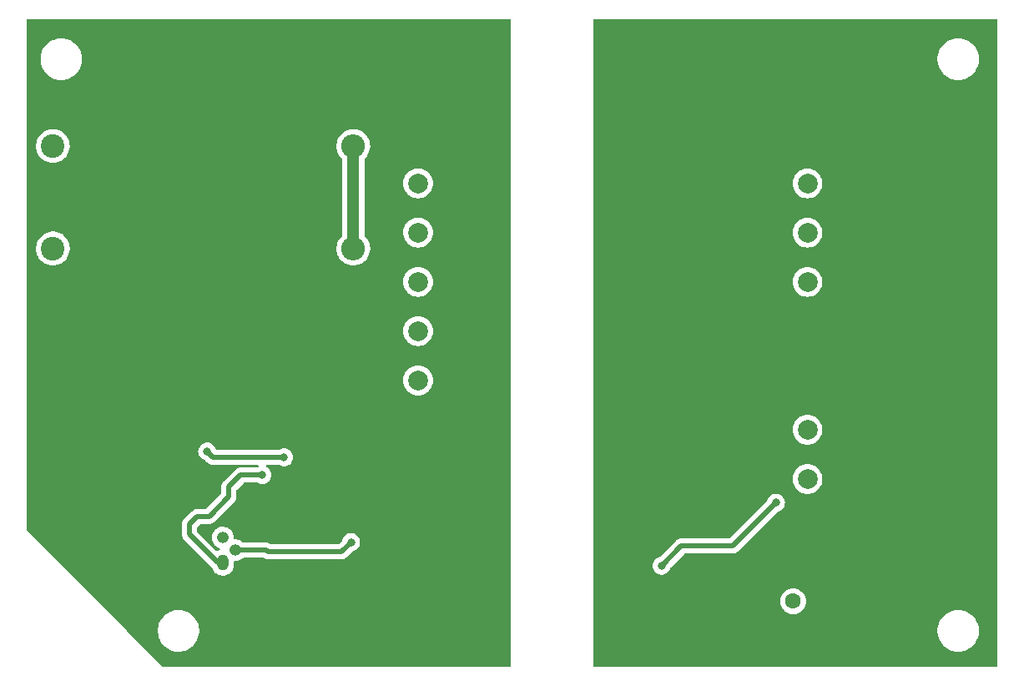
<source format=gbr>
%TF.GenerationSoftware,KiCad,Pcbnew,(6.0.9)*%
%TF.CreationDate,2023-06-16T09:03:50+03:00*%
%TF.ProjectId,pcb-design,7063622d-6465-4736-9967-6e2e6b696361,rev?*%
%TF.SameCoordinates,Original*%
%TF.FileFunction,Copper,L2,Bot*%
%TF.FilePolarity,Positive*%
%FSLAX46Y46*%
G04 Gerber Fmt 4.6, Leading zero omitted, Abs format (unit mm)*
G04 Created by KiCad (PCBNEW (6.0.9)) date 2023-06-16 09:03:50*
%MOMM*%
%LPD*%
G01*
G04 APERTURE LIST*
%TA.AperFunction,ComponentPad*%
%ADD10C,2.400000*%
%TD*%
%TA.AperFunction,ComponentPad*%
%ADD11O,2.400000X2.400000*%
%TD*%
%TA.AperFunction,ComponentPad*%
%ADD12C,1.600000*%
%TD*%
%TA.AperFunction,ComponentPad*%
%ADD13C,2.000000*%
%TD*%
%TA.AperFunction,ComponentPad*%
%ADD14O,1.200000X1.600000*%
%TD*%
%TA.AperFunction,ComponentPad*%
%ADD15O,1.200000X1.200000*%
%TD*%
%TA.AperFunction,ViaPad*%
%ADD16C,0.800000*%
%TD*%
%TA.AperFunction,Conductor*%
%ADD17C,0.500000*%
%TD*%
%TA.AperFunction,Conductor*%
%ADD18C,1.200000*%
%TD*%
G04 APERTURE END LIST*
D10*
%TO.P,Rsnub1,1*%
%TO.N,VDC*%
X70155000Y-60800000D03*
D11*
%TO.P,Rsnub1,2*%
%TO.N,Net-(Csnub1-Pad2)*%
X100635000Y-60800000D03*
%TD*%
D12*
%TO.P,C21,1*%
%TO.N,Net-(C21-Pad1)*%
X145250000Y-107000000D03*
%TO.P,C21,2*%
%TO.N,GND*%
X145250000Y-103500000D03*
%TD*%
D13*
%TO.P,T1,1,AA*%
%TO.N,VDC*%
X107200000Y-64600000D03*
%TO.P,T1,2,AB*%
X107200000Y-69600000D03*
%TO.P,T1,3,SA*%
%TO.N,Net-(Dsnub1-Pad2)*%
X107200000Y-74600000D03*
%TO.P,T1,4,SB*%
X107200000Y-79600000D03*
%TO.P,T1,5,SC*%
%TO.N,Net-(Daux1-Pad2)*%
X107200000Y-84600000D03*
%TO.P,T1,6,SD*%
%TO.N,GNDREF*%
X107200000Y-89600000D03*
%TO.P,T1,7*%
X107200000Y-94600000D03*
%TO.P,T1,8*%
%TO.N,N/C*%
X146700000Y-64600000D03*
%TO.P,T1,9*%
%TO.N,Net-(Dsec1-Pad2)*%
X146700000Y-69600000D03*
%TO.P,T1,10*%
X146700000Y-74600000D03*
%TO.P,T1,11*%
%TO.N,GND*%
X146700000Y-79600000D03*
%TO.P,T1,12*%
X146700000Y-84600000D03*
%TO.P,T1,13*%
%TO.N,N/C*%
X146700000Y-89600000D03*
%TO.P,T1,14*%
X146700000Y-94600000D03*
%TD*%
D10*
%TO.P,Rsnub2,1*%
%TO.N,VDC*%
X70155000Y-71200000D03*
D11*
%TO.P,Rsnub2,2*%
%TO.N,Net-(Csnub1-Pad2)*%
X100635000Y-71200000D03*
%TD*%
D14*
%TO.P,Qsc1,1,B2*%
%TO.N,Net-(Cref1-Pad2)*%
X87384725Y-103085276D03*
D15*
%TO.P,Qsc1,2,E*%
%TO.N,Net-(Ct1-Pad1)*%
X88654725Y-101815276D03*
%TO.P,Qsc1,3,B1*%
%TO.N,Net-(Qsc1-Pad3)*%
X87384725Y-100545276D03*
%TD*%
D16*
%TO.N,Net-(C12-Pad1)*%
X93600000Y-92400000D03*
X85800000Y-91800000D03*
%TO.N,GNDREF*%
X87400000Y-87600000D03*
X75200000Y-85000000D03*
X80800000Y-97200000D03*
X97800000Y-106400000D03*
X99800000Y-92400000D03*
X87200000Y-84600000D03*
X75200000Y-100600000D03*
%TO.N,GND*%
X136500000Y-102800000D03*
%TO.N,Net-(C23-Pad2)*%
X131900000Y-103400000D03*
X143500000Y-97000000D03*
%TO.N,Net-(Cref1-Pad2)*%
X91400000Y-94200000D03*
%TO.N,Net-(Ct1-Pad1)*%
X100400000Y-101000000D03*
%TD*%
D17*
%TO.N,Net-(C12-Pad1)*%
X86400000Y-92400000D02*
X93600000Y-92400000D01*
X85800000Y-91800000D02*
X86400000Y-92400000D01*
%TO.N,Net-(C23-Pad2)*%
X131900000Y-103400000D02*
X133900000Y-101400000D01*
X139100000Y-101400000D02*
X143500000Y-97000000D01*
X133900000Y-101400000D02*
X139100000Y-101400000D01*
%TO.N,Net-(Cref1-Pad2)*%
X86885276Y-103085276D02*
X87384725Y-103085276D01*
X86000000Y-98400000D02*
X84800000Y-98400000D01*
X89200000Y-94200000D02*
X91400000Y-94200000D01*
X84000000Y-100200000D02*
X86885276Y-103085276D01*
X89200000Y-94200000D02*
X88000000Y-95400000D01*
X84800000Y-98400000D02*
X84000000Y-99200000D01*
X88000000Y-96400000D02*
X86000000Y-98400000D01*
X88000000Y-95400000D02*
X88000000Y-96400000D01*
X84000000Y-99200000D02*
X84000000Y-100200000D01*
D18*
%TO.N,Net-(Csnub1-Pad2)*%
X100635000Y-60800000D02*
X100635000Y-71200000D01*
D17*
%TO.N,Net-(Ct1-Pad1)*%
X99400000Y-102000000D02*
X100400000Y-101000000D01*
X91815276Y-101815276D02*
X88654725Y-101815276D01*
X92000000Y-102000000D02*
X99400000Y-102000000D01*
X92000000Y-102000000D02*
X91815276Y-101815276D01*
%TD*%
%TA.AperFunction,Conductor*%
%TO.N,GND*%
G36*
X165933621Y-47928502D02*
G01*
X165980114Y-47982158D01*
X165991500Y-48034500D01*
X165991500Y-113565500D01*
X165971498Y-113633621D01*
X165917842Y-113680114D01*
X165865500Y-113691500D01*
X125126000Y-113691500D01*
X125057879Y-113671498D01*
X125011386Y-113617842D01*
X125000000Y-113565500D01*
X125000000Y-110132703D01*
X159890743Y-110132703D01*
X159928268Y-110417734D01*
X160004129Y-110695036D01*
X160116923Y-110959476D01*
X160264561Y-111206161D01*
X160444313Y-111430528D01*
X160652851Y-111628423D01*
X160886317Y-111796186D01*
X160890112Y-111798195D01*
X160890113Y-111798196D01*
X160911869Y-111809715D01*
X161140392Y-111930712D01*
X161410373Y-112029511D01*
X161691264Y-112090755D01*
X161719841Y-112093004D01*
X161914282Y-112108307D01*
X161914291Y-112108307D01*
X161916739Y-112108500D01*
X162072271Y-112108500D01*
X162074407Y-112108354D01*
X162074418Y-112108354D01*
X162282548Y-112094165D01*
X162282554Y-112094164D01*
X162286825Y-112093873D01*
X162291020Y-112093004D01*
X162291022Y-112093004D01*
X162427584Y-112064723D01*
X162568342Y-112035574D01*
X162839343Y-111939607D01*
X163094812Y-111807750D01*
X163098313Y-111805289D01*
X163098317Y-111805287D01*
X163212418Y-111725095D01*
X163330023Y-111642441D01*
X163540622Y-111446740D01*
X163722713Y-111224268D01*
X163872927Y-110979142D01*
X163988483Y-110715898D01*
X164067244Y-110439406D01*
X164107751Y-110154784D01*
X164107845Y-110136951D01*
X164109235Y-109871583D01*
X164109235Y-109871576D01*
X164109257Y-109867297D01*
X164071732Y-109582266D01*
X163995871Y-109304964D01*
X163883077Y-109040524D01*
X163735439Y-108793839D01*
X163555687Y-108569472D01*
X163347149Y-108371577D01*
X163113683Y-108203814D01*
X163091843Y-108192250D01*
X162988481Y-108137523D01*
X162859608Y-108069288D01*
X162695839Y-108009357D01*
X162593658Y-107971964D01*
X162593656Y-107971963D01*
X162589627Y-107970489D01*
X162308736Y-107909245D01*
X162277685Y-107906801D01*
X162085718Y-107891693D01*
X162085709Y-107891693D01*
X162083261Y-107891500D01*
X161927729Y-107891500D01*
X161925593Y-107891646D01*
X161925582Y-107891646D01*
X161717452Y-107905835D01*
X161717446Y-107905836D01*
X161713175Y-107906127D01*
X161708980Y-107906996D01*
X161708978Y-107906996D01*
X161572417Y-107935276D01*
X161431658Y-107964426D01*
X161160657Y-108060393D01*
X161156848Y-108062359D01*
X161017337Y-108134366D01*
X160905188Y-108192250D01*
X160901687Y-108194711D01*
X160901683Y-108194713D01*
X160843355Y-108235707D01*
X160669977Y-108357559D01*
X160459378Y-108553260D01*
X160277287Y-108775732D01*
X160127073Y-109020858D01*
X160011517Y-109284102D01*
X159932756Y-109560594D01*
X159892249Y-109845216D01*
X159892227Y-109849505D01*
X159892226Y-109849512D01*
X159890765Y-110128417D01*
X159890743Y-110132703D01*
X125000000Y-110132703D01*
X125000000Y-107000000D01*
X143936502Y-107000000D01*
X143956457Y-107228087D01*
X144015716Y-107449243D01*
X144018039Y-107454224D01*
X144018039Y-107454225D01*
X144110151Y-107651762D01*
X144110154Y-107651767D01*
X144112477Y-107656749D01*
X144243802Y-107844300D01*
X144405700Y-108006198D01*
X144410208Y-108009355D01*
X144410211Y-108009357D01*
X144481055Y-108058962D01*
X144593251Y-108137523D01*
X144598233Y-108139846D01*
X144598238Y-108139849D01*
X144795775Y-108231961D01*
X144800757Y-108234284D01*
X144806065Y-108235706D01*
X144806067Y-108235707D01*
X145016598Y-108292119D01*
X145016600Y-108292119D01*
X145021913Y-108293543D01*
X145250000Y-108313498D01*
X145478087Y-108293543D01*
X145483400Y-108292119D01*
X145483402Y-108292119D01*
X145693933Y-108235707D01*
X145693935Y-108235706D01*
X145699243Y-108234284D01*
X145704225Y-108231961D01*
X145901762Y-108139849D01*
X145901767Y-108139846D01*
X145906749Y-108137523D01*
X146018945Y-108058962D01*
X146089789Y-108009357D01*
X146089792Y-108009355D01*
X146094300Y-108006198D01*
X146256198Y-107844300D01*
X146387523Y-107656749D01*
X146389846Y-107651767D01*
X146389849Y-107651762D01*
X146481961Y-107454225D01*
X146481961Y-107454224D01*
X146484284Y-107449243D01*
X146543543Y-107228087D01*
X146563498Y-107000000D01*
X146543543Y-106771913D01*
X146484284Y-106550757D01*
X146481961Y-106545775D01*
X146389849Y-106348238D01*
X146389846Y-106348233D01*
X146387523Y-106343251D01*
X146256198Y-106155700D01*
X146094300Y-105993802D01*
X146089792Y-105990645D01*
X146089789Y-105990643D01*
X146011611Y-105935902D01*
X145906749Y-105862477D01*
X145901767Y-105860154D01*
X145901762Y-105860151D01*
X145704225Y-105768039D01*
X145704224Y-105768039D01*
X145699243Y-105765716D01*
X145693935Y-105764294D01*
X145693933Y-105764293D01*
X145483402Y-105707881D01*
X145483400Y-105707881D01*
X145478087Y-105706457D01*
X145250000Y-105686502D01*
X145021913Y-105706457D01*
X145016600Y-105707881D01*
X145016598Y-105707881D01*
X144806067Y-105764293D01*
X144806065Y-105764294D01*
X144800757Y-105765716D01*
X144795776Y-105768039D01*
X144795775Y-105768039D01*
X144598238Y-105860151D01*
X144598233Y-105860154D01*
X144593251Y-105862477D01*
X144488389Y-105935902D01*
X144410211Y-105990643D01*
X144410208Y-105990645D01*
X144405700Y-105993802D01*
X144243802Y-106155700D01*
X144112477Y-106343251D01*
X144110154Y-106348233D01*
X144110151Y-106348238D01*
X144018039Y-106545775D01*
X144015716Y-106550757D01*
X143956457Y-106771913D01*
X143936502Y-107000000D01*
X125000000Y-107000000D01*
X125000000Y-103400000D01*
X130986496Y-103400000D01*
X131006458Y-103589928D01*
X131065473Y-103771556D01*
X131160960Y-103936944D01*
X131288747Y-104078866D01*
X131443248Y-104191118D01*
X131449276Y-104193802D01*
X131449278Y-104193803D01*
X131611681Y-104266109D01*
X131617712Y-104268794D01*
X131711112Y-104288647D01*
X131798056Y-104307128D01*
X131798061Y-104307128D01*
X131804513Y-104308500D01*
X131995487Y-104308500D01*
X132001939Y-104307128D01*
X132001944Y-104307128D01*
X132088888Y-104288647D01*
X132182288Y-104268794D01*
X132188319Y-104266109D01*
X132350722Y-104193803D01*
X132350724Y-104193802D01*
X132356752Y-104191118D01*
X132511253Y-104078866D01*
X132639040Y-103936944D01*
X132734527Y-103771556D01*
X132789387Y-103602714D01*
X132820125Y-103552556D01*
X134177276Y-102195405D01*
X134239588Y-102161379D01*
X134266371Y-102158500D01*
X139032930Y-102158500D01*
X139051880Y-102159933D01*
X139066115Y-102162099D01*
X139066119Y-102162099D01*
X139073349Y-102163199D01*
X139080641Y-102162606D01*
X139080644Y-102162606D01*
X139126018Y-102158915D01*
X139136233Y-102158500D01*
X139144293Y-102158500D01*
X139157583Y-102156951D01*
X139172507Y-102155211D01*
X139176882Y-102154778D01*
X139242339Y-102149454D01*
X139242342Y-102149453D01*
X139249637Y-102148860D01*
X139256601Y-102146604D01*
X139262560Y-102145413D01*
X139268415Y-102144029D01*
X139275681Y-102143182D01*
X139344327Y-102118265D01*
X139348455Y-102116848D01*
X139410936Y-102096607D01*
X139410938Y-102096606D01*
X139417899Y-102094351D01*
X139424154Y-102090555D01*
X139429628Y-102088049D01*
X139435058Y-102085330D01*
X139441937Y-102082833D01*
X139502976Y-102042814D01*
X139506680Y-102040477D01*
X139569107Y-102002595D01*
X139577484Y-101995197D01*
X139577508Y-101995224D01*
X139580500Y-101992571D01*
X139583733Y-101989868D01*
X139589852Y-101985856D01*
X139643128Y-101929617D01*
X139645506Y-101927175D01*
X143656331Y-97916350D01*
X143719228Y-97882199D01*
X143775824Y-97870169D01*
X143775833Y-97870166D01*
X143782288Y-97868794D01*
X143788319Y-97866109D01*
X143950722Y-97793803D01*
X143950724Y-97793802D01*
X143956752Y-97791118D01*
X144111253Y-97678866D01*
X144239040Y-97536944D01*
X144334527Y-97371556D01*
X144393542Y-97189928D01*
X144413504Y-97000000D01*
X144393542Y-96810072D01*
X144334527Y-96628444D01*
X144239040Y-96463056D01*
X144111253Y-96321134D01*
X143956752Y-96208882D01*
X143950724Y-96206198D01*
X143950722Y-96206197D01*
X143788319Y-96133891D01*
X143788318Y-96133891D01*
X143782288Y-96131206D01*
X143688887Y-96111353D01*
X143601944Y-96092872D01*
X143601939Y-96092872D01*
X143595487Y-96091500D01*
X143404513Y-96091500D01*
X143398061Y-96092872D01*
X143398056Y-96092872D01*
X143311113Y-96111353D01*
X143217712Y-96131206D01*
X143211682Y-96133891D01*
X143211681Y-96133891D01*
X143049278Y-96206197D01*
X143049276Y-96206198D01*
X143043248Y-96208882D01*
X142888747Y-96321134D01*
X142760960Y-96463056D01*
X142665473Y-96628444D01*
X142663431Y-96634729D01*
X142610613Y-96797285D01*
X142579875Y-96847444D01*
X138822724Y-100604595D01*
X138760412Y-100638621D01*
X138733629Y-100641500D01*
X133967069Y-100641500D01*
X133948121Y-100640067D01*
X133940780Y-100638950D01*
X133933883Y-100637901D01*
X133933881Y-100637901D01*
X133926651Y-100636801D01*
X133919359Y-100637394D01*
X133919356Y-100637394D01*
X133873982Y-100641085D01*
X133863767Y-100641500D01*
X133855707Y-100641500D01*
X133842417Y-100643049D01*
X133827493Y-100644789D01*
X133823118Y-100645222D01*
X133757661Y-100650546D01*
X133757658Y-100650547D01*
X133750363Y-100651140D01*
X133743399Y-100653396D01*
X133737440Y-100654587D01*
X133731585Y-100655971D01*
X133724319Y-100656818D01*
X133655673Y-100681735D01*
X133651545Y-100683152D01*
X133589064Y-100703393D01*
X133589062Y-100703394D01*
X133582101Y-100705649D01*
X133575846Y-100709445D01*
X133570372Y-100711951D01*
X133564942Y-100714670D01*
X133558063Y-100717167D01*
X133551943Y-100721180D01*
X133551942Y-100721180D01*
X133497024Y-100757186D01*
X133493320Y-100759523D01*
X133430893Y-100797405D01*
X133422516Y-100804803D01*
X133422492Y-100804776D01*
X133419500Y-100807429D01*
X133416267Y-100810132D01*
X133410148Y-100814144D01*
X133405116Y-100819456D01*
X133356872Y-100870383D01*
X133354494Y-100872825D01*
X131743669Y-102483650D01*
X131680772Y-102517801D01*
X131624176Y-102529831D01*
X131624167Y-102529834D01*
X131617712Y-102531206D01*
X131611682Y-102533891D01*
X131611681Y-102533891D01*
X131449278Y-102606197D01*
X131449276Y-102606198D01*
X131443248Y-102608882D01*
X131288747Y-102721134D01*
X131160960Y-102863056D01*
X131065473Y-103028444D01*
X131006458Y-103210072D01*
X130986496Y-103400000D01*
X125000000Y-103400000D01*
X125000000Y-94600000D01*
X145186835Y-94600000D01*
X145205465Y-94836711D01*
X145260895Y-95067594D01*
X145351760Y-95286963D01*
X145354346Y-95291183D01*
X145473241Y-95485202D01*
X145473245Y-95485208D01*
X145475824Y-95489416D01*
X145630031Y-95669969D01*
X145810584Y-95824176D01*
X145814792Y-95826755D01*
X145814798Y-95826759D01*
X146008817Y-95945654D01*
X146013037Y-95948240D01*
X146017607Y-95950133D01*
X146017611Y-95950135D01*
X146227833Y-96037211D01*
X146232406Y-96039105D01*
X146312609Y-96058360D01*
X146458476Y-96093380D01*
X146458482Y-96093381D01*
X146463289Y-96094535D01*
X146700000Y-96113165D01*
X146936711Y-96094535D01*
X146941518Y-96093381D01*
X146941524Y-96093380D01*
X147087391Y-96058360D01*
X147167594Y-96039105D01*
X147172167Y-96037211D01*
X147382389Y-95950135D01*
X147382393Y-95950133D01*
X147386963Y-95948240D01*
X147391183Y-95945654D01*
X147585202Y-95826759D01*
X147585208Y-95826755D01*
X147589416Y-95824176D01*
X147769969Y-95669969D01*
X147924176Y-95489416D01*
X147926755Y-95485208D01*
X147926759Y-95485202D01*
X148045654Y-95291183D01*
X148048240Y-95286963D01*
X148139105Y-95067594D01*
X148194535Y-94836711D01*
X148213165Y-94600000D01*
X148194535Y-94363289D01*
X148139105Y-94132406D01*
X148048240Y-93913037D01*
X148045654Y-93908817D01*
X147926759Y-93714798D01*
X147926755Y-93714792D01*
X147924176Y-93710584D01*
X147769969Y-93530031D01*
X147589416Y-93375824D01*
X147585208Y-93373245D01*
X147585202Y-93373241D01*
X147391183Y-93254346D01*
X147386963Y-93251760D01*
X147382393Y-93249867D01*
X147382389Y-93249865D01*
X147172167Y-93162789D01*
X147172165Y-93162788D01*
X147167594Y-93160895D01*
X147087391Y-93141640D01*
X146941524Y-93106620D01*
X146941518Y-93106619D01*
X146936711Y-93105465D01*
X146700000Y-93086835D01*
X146463289Y-93105465D01*
X146458482Y-93106619D01*
X146458476Y-93106620D01*
X146312609Y-93141640D01*
X146232406Y-93160895D01*
X146227835Y-93162788D01*
X146227833Y-93162789D01*
X146017611Y-93249865D01*
X146017607Y-93249867D01*
X146013037Y-93251760D01*
X146008817Y-93254346D01*
X145814798Y-93373241D01*
X145814792Y-93373245D01*
X145810584Y-93375824D01*
X145630031Y-93530031D01*
X145475824Y-93710584D01*
X145473245Y-93714792D01*
X145473241Y-93714798D01*
X145354346Y-93908817D01*
X145351760Y-93913037D01*
X145260895Y-94132406D01*
X145205465Y-94363289D01*
X145186835Y-94600000D01*
X125000000Y-94600000D01*
X125000000Y-89600000D01*
X145186835Y-89600000D01*
X145205465Y-89836711D01*
X145260895Y-90067594D01*
X145351760Y-90286963D01*
X145354346Y-90291183D01*
X145473241Y-90485202D01*
X145473245Y-90485208D01*
X145475824Y-90489416D01*
X145630031Y-90669969D01*
X145810584Y-90824176D01*
X145814792Y-90826755D01*
X145814798Y-90826759D01*
X146008817Y-90945654D01*
X146013037Y-90948240D01*
X146017607Y-90950133D01*
X146017611Y-90950135D01*
X146227833Y-91037211D01*
X146232406Y-91039105D01*
X146312609Y-91058360D01*
X146458476Y-91093380D01*
X146458482Y-91093381D01*
X146463289Y-91094535D01*
X146700000Y-91113165D01*
X146936711Y-91094535D01*
X146941518Y-91093381D01*
X146941524Y-91093380D01*
X147087391Y-91058360D01*
X147167594Y-91039105D01*
X147172167Y-91037211D01*
X147382389Y-90950135D01*
X147382393Y-90950133D01*
X147386963Y-90948240D01*
X147391183Y-90945654D01*
X147585202Y-90826759D01*
X147585208Y-90826755D01*
X147589416Y-90824176D01*
X147769969Y-90669969D01*
X147924176Y-90489416D01*
X147926755Y-90485208D01*
X147926759Y-90485202D01*
X148045654Y-90291183D01*
X148048240Y-90286963D01*
X148139105Y-90067594D01*
X148194535Y-89836711D01*
X148213165Y-89600000D01*
X148194535Y-89363289D01*
X148139105Y-89132406D01*
X148048240Y-88913037D01*
X148045654Y-88908817D01*
X147926759Y-88714798D01*
X147926755Y-88714792D01*
X147924176Y-88710584D01*
X147769969Y-88530031D01*
X147589416Y-88375824D01*
X147585208Y-88373245D01*
X147585202Y-88373241D01*
X147391183Y-88254346D01*
X147386963Y-88251760D01*
X147382393Y-88249867D01*
X147382389Y-88249865D01*
X147172167Y-88162789D01*
X147172165Y-88162788D01*
X147167594Y-88160895D01*
X147087391Y-88141640D01*
X146941524Y-88106620D01*
X146941518Y-88106619D01*
X146936711Y-88105465D01*
X146700000Y-88086835D01*
X146463289Y-88105465D01*
X146458482Y-88106619D01*
X146458476Y-88106620D01*
X146312609Y-88141640D01*
X146232406Y-88160895D01*
X146227835Y-88162788D01*
X146227833Y-88162789D01*
X146017611Y-88249865D01*
X146017607Y-88249867D01*
X146013037Y-88251760D01*
X146008817Y-88254346D01*
X145814798Y-88373241D01*
X145814792Y-88373245D01*
X145810584Y-88375824D01*
X145630031Y-88530031D01*
X145475824Y-88710584D01*
X145473245Y-88714792D01*
X145473241Y-88714798D01*
X145354346Y-88908817D01*
X145351760Y-88913037D01*
X145260895Y-89132406D01*
X145205465Y-89363289D01*
X145186835Y-89600000D01*
X125000000Y-89600000D01*
X125000000Y-74600000D01*
X145186835Y-74600000D01*
X145205465Y-74836711D01*
X145260895Y-75067594D01*
X145351760Y-75286963D01*
X145354346Y-75291183D01*
X145473241Y-75485202D01*
X145473245Y-75485208D01*
X145475824Y-75489416D01*
X145630031Y-75669969D01*
X145810584Y-75824176D01*
X145814792Y-75826755D01*
X145814798Y-75826759D01*
X146008817Y-75945654D01*
X146013037Y-75948240D01*
X146017607Y-75950133D01*
X146017611Y-75950135D01*
X146227833Y-76037211D01*
X146232406Y-76039105D01*
X146312609Y-76058360D01*
X146458476Y-76093380D01*
X146458482Y-76093381D01*
X146463289Y-76094535D01*
X146700000Y-76113165D01*
X146936711Y-76094535D01*
X146941518Y-76093381D01*
X146941524Y-76093380D01*
X147087391Y-76058360D01*
X147167594Y-76039105D01*
X147172167Y-76037211D01*
X147382389Y-75950135D01*
X147382393Y-75950133D01*
X147386963Y-75948240D01*
X147391183Y-75945654D01*
X147585202Y-75826759D01*
X147585208Y-75826755D01*
X147589416Y-75824176D01*
X147769969Y-75669969D01*
X147924176Y-75489416D01*
X147926755Y-75485208D01*
X147926759Y-75485202D01*
X148045654Y-75291183D01*
X148048240Y-75286963D01*
X148139105Y-75067594D01*
X148194535Y-74836711D01*
X148213165Y-74600000D01*
X148194535Y-74363289D01*
X148139105Y-74132406D01*
X148048240Y-73913037D01*
X148045654Y-73908817D01*
X147926759Y-73714798D01*
X147926755Y-73714792D01*
X147924176Y-73710584D01*
X147769969Y-73530031D01*
X147589416Y-73375824D01*
X147585208Y-73373245D01*
X147585202Y-73373241D01*
X147391183Y-73254346D01*
X147386963Y-73251760D01*
X147382393Y-73249867D01*
X147382389Y-73249865D01*
X147172167Y-73162789D01*
X147172165Y-73162788D01*
X147167594Y-73160895D01*
X147087391Y-73141640D01*
X146941524Y-73106620D01*
X146941518Y-73106619D01*
X146936711Y-73105465D01*
X146700000Y-73086835D01*
X146463289Y-73105465D01*
X146458482Y-73106619D01*
X146458476Y-73106620D01*
X146312609Y-73141640D01*
X146232406Y-73160895D01*
X146227835Y-73162788D01*
X146227833Y-73162789D01*
X146017611Y-73249865D01*
X146017607Y-73249867D01*
X146013037Y-73251760D01*
X146008817Y-73254346D01*
X145814798Y-73373241D01*
X145814792Y-73373245D01*
X145810584Y-73375824D01*
X145630031Y-73530031D01*
X145475824Y-73710584D01*
X145473245Y-73714792D01*
X145473241Y-73714798D01*
X145354346Y-73908817D01*
X145351760Y-73913037D01*
X145260895Y-74132406D01*
X145205465Y-74363289D01*
X145186835Y-74600000D01*
X125000000Y-74600000D01*
X125000000Y-69600000D01*
X145186835Y-69600000D01*
X145205465Y-69836711D01*
X145260895Y-70067594D01*
X145351760Y-70286963D01*
X145354346Y-70291183D01*
X145473241Y-70485202D01*
X145473245Y-70485208D01*
X145475824Y-70489416D01*
X145630031Y-70669969D01*
X145810584Y-70824176D01*
X145814792Y-70826755D01*
X145814798Y-70826759D01*
X146008817Y-70945654D01*
X146013037Y-70948240D01*
X146017607Y-70950133D01*
X146017611Y-70950135D01*
X146227833Y-71037211D01*
X146232406Y-71039105D01*
X146312609Y-71058360D01*
X146458476Y-71093380D01*
X146458482Y-71093381D01*
X146463289Y-71094535D01*
X146700000Y-71113165D01*
X146936711Y-71094535D01*
X146941518Y-71093381D01*
X146941524Y-71093380D01*
X147087391Y-71058360D01*
X147167594Y-71039105D01*
X147172167Y-71037211D01*
X147382389Y-70950135D01*
X147382393Y-70950133D01*
X147386963Y-70948240D01*
X147391183Y-70945654D01*
X147585202Y-70826759D01*
X147585208Y-70826755D01*
X147589416Y-70824176D01*
X147769969Y-70669969D01*
X147924176Y-70489416D01*
X147926755Y-70485208D01*
X147926759Y-70485202D01*
X148045654Y-70291183D01*
X148048240Y-70286963D01*
X148139105Y-70067594D01*
X148194535Y-69836711D01*
X148213165Y-69600000D01*
X148194535Y-69363289D01*
X148139105Y-69132406D01*
X148048240Y-68913037D01*
X148045654Y-68908817D01*
X147926759Y-68714798D01*
X147926755Y-68714792D01*
X147924176Y-68710584D01*
X147769969Y-68530031D01*
X147589416Y-68375824D01*
X147585208Y-68373245D01*
X147585202Y-68373241D01*
X147391183Y-68254346D01*
X147386963Y-68251760D01*
X147382393Y-68249867D01*
X147382389Y-68249865D01*
X147172167Y-68162789D01*
X147172165Y-68162788D01*
X147167594Y-68160895D01*
X147087391Y-68141640D01*
X146941524Y-68106620D01*
X146941518Y-68106619D01*
X146936711Y-68105465D01*
X146700000Y-68086835D01*
X146463289Y-68105465D01*
X146458482Y-68106619D01*
X146458476Y-68106620D01*
X146312609Y-68141640D01*
X146232406Y-68160895D01*
X146227835Y-68162788D01*
X146227833Y-68162789D01*
X146017611Y-68249865D01*
X146017607Y-68249867D01*
X146013037Y-68251760D01*
X146008817Y-68254346D01*
X145814798Y-68373241D01*
X145814792Y-68373245D01*
X145810584Y-68375824D01*
X145630031Y-68530031D01*
X145475824Y-68710584D01*
X145473245Y-68714792D01*
X145473241Y-68714798D01*
X145354346Y-68908817D01*
X145351760Y-68913037D01*
X145260895Y-69132406D01*
X145205465Y-69363289D01*
X145186835Y-69600000D01*
X125000000Y-69600000D01*
X125000000Y-64600000D01*
X145186835Y-64600000D01*
X145205465Y-64836711D01*
X145260895Y-65067594D01*
X145351760Y-65286963D01*
X145354346Y-65291183D01*
X145473241Y-65485202D01*
X145473245Y-65485208D01*
X145475824Y-65489416D01*
X145630031Y-65669969D01*
X145810584Y-65824176D01*
X145814792Y-65826755D01*
X145814798Y-65826759D01*
X146008817Y-65945654D01*
X146013037Y-65948240D01*
X146017607Y-65950133D01*
X146017611Y-65950135D01*
X146227833Y-66037211D01*
X146232406Y-66039105D01*
X146312609Y-66058360D01*
X146458476Y-66093380D01*
X146458482Y-66093381D01*
X146463289Y-66094535D01*
X146700000Y-66113165D01*
X146936711Y-66094535D01*
X146941518Y-66093381D01*
X146941524Y-66093380D01*
X147087391Y-66058360D01*
X147167594Y-66039105D01*
X147172167Y-66037211D01*
X147382389Y-65950135D01*
X147382393Y-65950133D01*
X147386963Y-65948240D01*
X147391183Y-65945654D01*
X147585202Y-65826759D01*
X147585208Y-65826755D01*
X147589416Y-65824176D01*
X147769969Y-65669969D01*
X147924176Y-65489416D01*
X147926755Y-65485208D01*
X147926759Y-65485202D01*
X148045654Y-65291183D01*
X148048240Y-65286963D01*
X148139105Y-65067594D01*
X148194535Y-64836711D01*
X148213165Y-64600000D01*
X148194535Y-64363289D01*
X148139105Y-64132406D01*
X148048240Y-63913037D01*
X148045654Y-63908817D01*
X147926759Y-63714798D01*
X147926755Y-63714792D01*
X147924176Y-63710584D01*
X147769969Y-63530031D01*
X147589416Y-63375824D01*
X147585208Y-63373245D01*
X147585202Y-63373241D01*
X147391183Y-63254346D01*
X147386963Y-63251760D01*
X147382393Y-63249867D01*
X147382389Y-63249865D01*
X147172167Y-63162789D01*
X147172165Y-63162788D01*
X147167594Y-63160895D01*
X147087391Y-63141640D01*
X146941524Y-63106620D01*
X146941518Y-63106619D01*
X146936711Y-63105465D01*
X146700000Y-63086835D01*
X146463289Y-63105465D01*
X146458482Y-63106619D01*
X146458476Y-63106620D01*
X146312609Y-63141640D01*
X146232406Y-63160895D01*
X146227835Y-63162788D01*
X146227833Y-63162789D01*
X146017611Y-63249865D01*
X146017607Y-63249867D01*
X146013037Y-63251760D01*
X146008817Y-63254346D01*
X145814798Y-63373241D01*
X145814792Y-63373245D01*
X145810584Y-63375824D01*
X145630031Y-63530031D01*
X145475824Y-63710584D01*
X145473245Y-63714792D01*
X145473241Y-63714798D01*
X145354346Y-63908817D01*
X145351760Y-63913037D01*
X145260895Y-64132406D01*
X145205465Y-64363289D01*
X145186835Y-64600000D01*
X125000000Y-64600000D01*
X125000000Y-52132703D01*
X159890743Y-52132703D01*
X159928268Y-52417734D01*
X160004129Y-52695036D01*
X160116923Y-52959476D01*
X160264561Y-53206161D01*
X160444313Y-53430528D01*
X160652851Y-53628423D01*
X160886317Y-53796186D01*
X160890112Y-53798195D01*
X160890113Y-53798196D01*
X160911869Y-53809715D01*
X161140392Y-53930712D01*
X161410373Y-54029511D01*
X161691264Y-54090755D01*
X161719841Y-54093004D01*
X161914282Y-54108307D01*
X161914291Y-54108307D01*
X161916739Y-54108500D01*
X162072271Y-54108500D01*
X162074407Y-54108354D01*
X162074418Y-54108354D01*
X162282548Y-54094165D01*
X162282554Y-54094164D01*
X162286825Y-54093873D01*
X162291020Y-54093004D01*
X162291022Y-54093004D01*
X162427583Y-54064724D01*
X162568342Y-54035574D01*
X162839343Y-53939607D01*
X163094812Y-53807750D01*
X163098313Y-53805289D01*
X163098317Y-53805287D01*
X163212417Y-53725096D01*
X163330023Y-53642441D01*
X163540622Y-53446740D01*
X163722713Y-53224268D01*
X163872927Y-52979142D01*
X163988483Y-52715898D01*
X164067244Y-52439406D01*
X164107751Y-52154784D01*
X164107845Y-52136951D01*
X164109235Y-51871583D01*
X164109235Y-51871576D01*
X164109257Y-51867297D01*
X164071732Y-51582266D01*
X163995871Y-51304964D01*
X163883077Y-51040524D01*
X163735439Y-50793839D01*
X163555687Y-50569472D01*
X163347149Y-50371577D01*
X163113683Y-50203814D01*
X163091843Y-50192250D01*
X163068654Y-50179972D01*
X162859608Y-50069288D01*
X162589627Y-49970489D01*
X162308736Y-49909245D01*
X162277685Y-49906801D01*
X162085718Y-49891693D01*
X162085709Y-49891693D01*
X162083261Y-49891500D01*
X161927729Y-49891500D01*
X161925593Y-49891646D01*
X161925582Y-49891646D01*
X161717452Y-49905835D01*
X161717446Y-49905836D01*
X161713175Y-49906127D01*
X161708980Y-49906996D01*
X161708978Y-49906996D01*
X161572417Y-49935276D01*
X161431658Y-49964426D01*
X161160657Y-50060393D01*
X160905188Y-50192250D01*
X160901687Y-50194711D01*
X160901683Y-50194713D01*
X160891594Y-50201804D01*
X160669977Y-50357559D01*
X160459378Y-50553260D01*
X160277287Y-50775732D01*
X160127073Y-51020858D01*
X160011517Y-51284102D01*
X159932756Y-51560594D01*
X159892249Y-51845216D01*
X159892227Y-51849505D01*
X159892226Y-51849512D01*
X159890765Y-52128417D01*
X159890743Y-52132703D01*
X125000000Y-52132703D01*
X125000000Y-48034500D01*
X125020002Y-47966379D01*
X125073658Y-47919886D01*
X125126000Y-47908500D01*
X165865500Y-47908500D01*
X165933621Y-47928502D01*
G37*
%TD.AperFunction*%
%TD*%
%TA.AperFunction,Conductor*%
%TO.N,GNDREF*%
G36*
X116542121Y-47928502D02*
G01*
X116588614Y-47982158D01*
X116600000Y-48034500D01*
X116600000Y-113565500D01*
X116579998Y-113633621D01*
X116526342Y-113680114D01*
X116474000Y-113691500D01*
X81265458Y-113691500D01*
X81197337Y-113671498D01*
X81175733Y-113653961D01*
X77704070Y-110132703D01*
X80790743Y-110132703D01*
X80828268Y-110417734D01*
X80904129Y-110695036D01*
X81016923Y-110959476D01*
X81164561Y-111206161D01*
X81344313Y-111430528D01*
X81552851Y-111628423D01*
X81786317Y-111796186D01*
X81790112Y-111798195D01*
X81790113Y-111798196D01*
X81811869Y-111809715D01*
X82040392Y-111930712D01*
X82310373Y-112029511D01*
X82591264Y-112090755D01*
X82619841Y-112093004D01*
X82814282Y-112108307D01*
X82814291Y-112108307D01*
X82816739Y-112108500D01*
X82972271Y-112108500D01*
X82974407Y-112108354D01*
X82974418Y-112108354D01*
X83182548Y-112094165D01*
X83182554Y-112094164D01*
X83186825Y-112093873D01*
X83191020Y-112093004D01*
X83191022Y-112093004D01*
X83327584Y-112064723D01*
X83468342Y-112035574D01*
X83739343Y-111939607D01*
X83994812Y-111807750D01*
X83998313Y-111805289D01*
X83998317Y-111805287D01*
X84112418Y-111725095D01*
X84230023Y-111642441D01*
X84440622Y-111446740D01*
X84622713Y-111224268D01*
X84772927Y-110979142D01*
X84888483Y-110715898D01*
X84967244Y-110439406D01*
X85007751Y-110154784D01*
X85007845Y-110136951D01*
X85009235Y-109871583D01*
X85009235Y-109871576D01*
X85009257Y-109867297D01*
X84971732Y-109582266D01*
X84895871Y-109304964D01*
X84783077Y-109040524D01*
X84635439Y-108793839D01*
X84455687Y-108569472D01*
X84247149Y-108371577D01*
X84013683Y-108203814D01*
X83991843Y-108192250D01*
X83968654Y-108179972D01*
X83759608Y-108069288D01*
X83489627Y-107970489D01*
X83208736Y-107909245D01*
X83177685Y-107906801D01*
X82985718Y-107891693D01*
X82985709Y-107891693D01*
X82983261Y-107891500D01*
X82827729Y-107891500D01*
X82825593Y-107891646D01*
X82825582Y-107891646D01*
X82617452Y-107905835D01*
X82617446Y-107905836D01*
X82613175Y-107906127D01*
X82608980Y-107906996D01*
X82608978Y-107906996D01*
X82472417Y-107935276D01*
X82331658Y-107964426D01*
X82060657Y-108060393D01*
X81805188Y-108192250D01*
X81801687Y-108194711D01*
X81801683Y-108194713D01*
X81791594Y-108201804D01*
X81569977Y-108357559D01*
X81359378Y-108553260D01*
X81177287Y-108775732D01*
X81027073Y-109020858D01*
X80911517Y-109284102D01*
X80832756Y-109560594D01*
X80792249Y-109845216D01*
X80792227Y-109849505D01*
X80792226Y-109849512D01*
X80790765Y-110128417D01*
X80790743Y-110132703D01*
X77704070Y-110132703D01*
X67884989Y-100173349D01*
X83236801Y-100173349D01*
X83237394Y-100180641D01*
X83237394Y-100180644D01*
X83241085Y-100226018D01*
X83241500Y-100236233D01*
X83241500Y-100244293D01*
X83241925Y-100247937D01*
X83244789Y-100272507D01*
X83245222Y-100276882D01*
X83249445Y-100328795D01*
X83251140Y-100349637D01*
X83253396Y-100356601D01*
X83254587Y-100362560D01*
X83255971Y-100368415D01*
X83256818Y-100375681D01*
X83281735Y-100444327D01*
X83283152Y-100448455D01*
X83303220Y-100510400D01*
X83305649Y-100517899D01*
X83309445Y-100524154D01*
X83311951Y-100529628D01*
X83314670Y-100535058D01*
X83317167Y-100541937D01*
X83321180Y-100548057D01*
X83321180Y-100548058D01*
X83357186Y-100602976D01*
X83359523Y-100606680D01*
X83397405Y-100669107D01*
X83401121Y-100673315D01*
X83401122Y-100673316D01*
X83404803Y-100677484D01*
X83404776Y-100677508D01*
X83407429Y-100680500D01*
X83410132Y-100683733D01*
X83414144Y-100689852D01*
X83419456Y-100694884D01*
X83470383Y-100743128D01*
X83472825Y-100745506D01*
X86296798Y-103569479D01*
X86328608Y-103623105D01*
X86350817Y-103698810D01*
X86447667Y-103886856D01*
X86578329Y-104053196D01*
X86582860Y-104057128D01*
X86582863Y-104057131D01*
X86668783Y-104131688D01*
X86738088Y-104191828D01*
X86743274Y-104194828D01*
X86743278Y-104194831D01*
X86839682Y-104250602D01*
X86921179Y-104297749D01*
X87120996Y-104367137D01*
X87126931Y-104367998D01*
X87126933Y-104367998D01*
X87324389Y-104396628D01*
X87324392Y-104396628D01*
X87330329Y-104397489D01*
X87541624Y-104387709D01*
X87672802Y-104356095D01*
X87741426Y-104339557D01*
X87741428Y-104339556D01*
X87747259Y-104338151D01*
X87752717Y-104335669D01*
X87752721Y-104335668D01*
X87867766Y-104283360D01*
X87939812Y-104250602D01*
X88112336Y-104128222D01*
X88258606Y-103975426D01*
X88373345Y-103797728D01*
X88452411Y-103601539D01*
X88492953Y-103393939D01*
X88493225Y-103388377D01*
X88493225Y-103049413D01*
X88513227Y-102981292D01*
X88566883Y-102934799D01*
X88624171Y-102923510D01*
X88672806Y-102925420D01*
X88712988Y-102926999D01*
X88914608Y-102897766D01*
X88920072Y-102895911D01*
X88920077Y-102895910D01*
X89102052Y-102834138D01*
X89102057Y-102834136D01*
X89107524Y-102832280D01*
X89285276Y-102732734D01*
X89441382Y-102602902D01*
X89506546Y-102574721D01*
X89521951Y-102573776D01*
X91457531Y-102573776D01*
X91525652Y-102593778D01*
X91539111Y-102603751D01*
X91576285Y-102635333D01*
X91582800Y-102638660D01*
X91587850Y-102642028D01*
X91592979Y-102645195D01*
X91598716Y-102649734D01*
X91664875Y-102680655D01*
X91668769Y-102682558D01*
X91733808Y-102715769D01*
X91740916Y-102717508D01*
X91746559Y-102719607D01*
X91752322Y-102721524D01*
X91758950Y-102724622D01*
X91766112Y-102726112D01*
X91766113Y-102726112D01*
X91830412Y-102739486D01*
X91834696Y-102740456D01*
X91905610Y-102757808D01*
X91911212Y-102758156D01*
X91911215Y-102758156D01*
X91916764Y-102758500D01*
X91916762Y-102758536D01*
X91920755Y-102758775D01*
X91924947Y-102759149D01*
X91932115Y-102760640D01*
X92009520Y-102758546D01*
X92012928Y-102758500D01*
X99332930Y-102758500D01*
X99351880Y-102759933D01*
X99366115Y-102762099D01*
X99366119Y-102762099D01*
X99373349Y-102763199D01*
X99380641Y-102762606D01*
X99380644Y-102762606D01*
X99426018Y-102758915D01*
X99436233Y-102758500D01*
X99444293Y-102758500D01*
X99461680Y-102756473D01*
X99472507Y-102755211D01*
X99476882Y-102754778D01*
X99542339Y-102749454D01*
X99542342Y-102749453D01*
X99549637Y-102748860D01*
X99556601Y-102746604D01*
X99562560Y-102745413D01*
X99568415Y-102744029D01*
X99575681Y-102743182D01*
X99644327Y-102718265D01*
X99648455Y-102716848D01*
X99710936Y-102696607D01*
X99710938Y-102696606D01*
X99717899Y-102694351D01*
X99724154Y-102690555D01*
X99729628Y-102688049D01*
X99735058Y-102685330D01*
X99741937Y-102682833D01*
X99748058Y-102678820D01*
X99802976Y-102642814D01*
X99806680Y-102640477D01*
X99869107Y-102602595D01*
X99877484Y-102595197D01*
X99877508Y-102595224D01*
X99880500Y-102592571D01*
X99883733Y-102589868D01*
X99889852Y-102585856D01*
X99943128Y-102529617D01*
X99945506Y-102527175D01*
X100556331Y-101916350D01*
X100619228Y-101882199D01*
X100675824Y-101870169D01*
X100675833Y-101870166D01*
X100682288Y-101868794D01*
X100688319Y-101866109D01*
X100850722Y-101793803D01*
X100850724Y-101793802D01*
X100856752Y-101791118D01*
X100863611Y-101786135D01*
X100965940Y-101711788D01*
X101011253Y-101678866D01*
X101046105Y-101640159D01*
X101134621Y-101541852D01*
X101134622Y-101541851D01*
X101139040Y-101536944D01*
X101234527Y-101371556D01*
X101293542Y-101189928D01*
X101294592Y-101179943D01*
X101312814Y-101006565D01*
X101313504Y-101000000D01*
X101305320Y-100922132D01*
X101294232Y-100816635D01*
X101294232Y-100816633D01*
X101293542Y-100810072D01*
X101234527Y-100628444D01*
X101139040Y-100463056D01*
X101048388Y-100362376D01*
X101015675Y-100326045D01*
X101015674Y-100326044D01*
X101011253Y-100321134D01*
X100856752Y-100208882D01*
X100850724Y-100206198D01*
X100850722Y-100206197D01*
X100688319Y-100133891D01*
X100688318Y-100133891D01*
X100682288Y-100131206D01*
X100588887Y-100111353D01*
X100501944Y-100092872D01*
X100501939Y-100092872D01*
X100495487Y-100091500D01*
X100304513Y-100091500D01*
X100298061Y-100092872D01*
X100298056Y-100092872D01*
X100211113Y-100111353D01*
X100117712Y-100131206D01*
X100111682Y-100133891D01*
X100111681Y-100133891D01*
X99949278Y-100206197D01*
X99949276Y-100206198D01*
X99943248Y-100208882D01*
X99788747Y-100321134D01*
X99784326Y-100326044D01*
X99784325Y-100326045D01*
X99751613Y-100362376D01*
X99660960Y-100463056D01*
X99565473Y-100628444D01*
X99526669Y-100747871D01*
X99510613Y-100797285D01*
X99479875Y-100847444D01*
X99122724Y-101204595D01*
X99060412Y-101238621D01*
X99033629Y-101241500D01*
X92357745Y-101241500D01*
X92289624Y-101221498D01*
X92276165Y-101211525D01*
X92244568Y-101184681D01*
X92238991Y-101179943D01*
X92232476Y-101176616D01*
X92227426Y-101173248D01*
X92222297Y-101170081D01*
X92216560Y-101165542D01*
X92150401Y-101134621D01*
X92146501Y-101132715D01*
X92081468Y-101099507D01*
X92074360Y-101097768D01*
X92068717Y-101095669D01*
X92062954Y-101093752D01*
X92056326Y-101090654D01*
X91984859Y-101075789D01*
X91980575Y-101074819D01*
X91909666Y-101057468D01*
X91904064Y-101057120D01*
X91904061Y-101057120D01*
X91898512Y-101056776D01*
X91898514Y-101056740D01*
X91894521Y-101056501D01*
X91890329Y-101056127D01*
X91883161Y-101054636D01*
X91816951Y-101056427D01*
X91805755Y-101056730D01*
X91802348Y-101056776D01*
X89516642Y-101056776D01*
X89448521Y-101036774D01*
X89431113Y-101023300D01*
X89336673Y-100936000D01*
X89332428Y-100932076D01*
X89198294Y-100847444D01*
X89165013Y-100826445D01*
X89165008Y-100826443D01*
X89160129Y-100823364D01*
X88970905Y-100747871D01*
X88771091Y-100708125D01*
X88765317Y-100708049D01*
X88765313Y-100708049D01*
X88687497Y-100707031D01*
X88621453Y-100706167D01*
X88553601Y-100685276D01*
X88507814Y-100631016D01*
X88497146Y-100576878D01*
X88497877Y-100548979D01*
X88497974Y-100545276D01*
X88481185Y-100362560D01*
X88479862Y-100348156D01*
X88479861Y-100348153D01*
X88479333Y-100342402D01*
X88424032Y-100146323D01*
X88417902Y-100133891D01*
X88336481Y-99968786D01*
X88333926Y-99963605D01*
X88317184Y-99941184D01*
X88215483Y-99804991D01*
X88215483Y-99804990D01*
X88212030Y-99800367D01*
X88062428Y-99662076D01*
X88016400Y-99633035D01*
X87895013Y-99556445D01*
X87895008Y-99556443D01*
X87890129Y-99553364D01*
X87700905Y-99477871D01*
X87501091Y-99438125D01*
X87495317Y-99438049D01*
X87495313Y-99438049D01*
X87392177Y-99436700D01*
X87297380Y-99435459D01*
X87291683Y-99436438D01*
X87291682Y-99436438D01*
X87102292Y-99468981D01*
X87096595Y-99469960D01*
X86905459Y-99540474D01*
X86730374Y-99644639D01*
X86577203Y-99778966D01*
X86573636Y-99783491D01*
X86573631Y-99783496D01*
X86534110Y-99833629D01*
X86451076Y-99938957D01*
X86356217Y-100119254D01*
X86295803Y-100313819D01*
X86271857Y-100516135D01*
X86285182Y-100719427D01*
X86335330Y-100916886D01*
X86420623Y-101101900D01*
X86538204Y-101268273D01*
X86542338Y-101272300D01*
X86650102Y-101377279D01*
X86684135Y-101410433D01*
X86688931Y-101413638D01*
X86688934Y-101413640D01*
X86826989Y-101505885D01*
X86853528Y-101523618D01*
X86858831Y-101525896D01*
X86858834Y-101525898D01*
X87028676Y-101598868D01*
X87083369Y-101644137D01*
X87104906Y-101711788D01*
X87086449Y-101780343D01*
X87033858Y-101828037D01*
X87024814Y-101831769D01*
X87022191Y-101832401D01*
X87016730Y-101834884D01*
X86883693Y-101895372D01*
X86813402Y-101905358D01*
X86748871Y-101875758D01*
X86742447Y-101869766D01*
X84795405Y-99922724D01*
X84761379Y-99860412D01*
X84758500Y-99833629D01*
X84758500Y-99566371D01*
X84778502Y-99498250D01*
X84795405Y-99477276D01*
X85077276Y-99195405D01*
X85139588Y-99161379D01*
X85166371Y-99158500D01*
X85932930Y-99158500D01*
X85951880Y-99159933D01*
X85966115Y-99162099D01*
X85966119Y-99162099D01*
X85973349Y-99163199D01*
X85980641Y-99162606D01*
X85980644Y-99162606D01*
X86026018Y-99158915D01*
X86036233Y-99158500D01*
X86044293Y-99158500D01*
X86057583Y-99156951D01*
X86072507Y-99155211D01*
X86076882Y-99154778D01*
X86142339Y-99149454D01*
X86142342Y-99149453D01*
X86149637Y-99148860D01*
X86156601Y-99146604D01*
X86162560Y-99145413D01*
X86168415Y-99144029D01*
X86175681Y-99143182D01*
X86244327Y-99118265D01*
X86248455Y-99116848D01*
X86310936Y-99096607D01*
X86310938Y-99096606D01*
X86317899Y-99094351D01*
X86324154Y-99090555D01*
X86329628Y-99088049D01*
X86335058Y-99085330D01*
X86341937Y-99082833D01*
X86402976Y-99042814D01*
X86406680Y-99040477D01*
X86469107Y-99002595D01*
X86477484Y-98995197D01*
X86477508Y-98995224D01*
X86480500Y-98992571D01*
X86483733Y-98989868D01*
X86489852Y-98985856D01*
X86543128Y-98929617D01*
X86545506Y-98927175D01*
X88488911Y-96983770D01*
X88503323Y-96971384D01*
X88514918Y-96962851D01*
X88514923Y-96962846D01*
X88520818Y-96958508D01*
X88525557Y-96952930D01*
X88525560Y-96952927D01*
X88555035Y-96918232D01*
X88561965Y-96910716D01*
X88567660Y-96905021D01*
X88585281Y-96882749D01*
X88588072Y-96879345D01*
X88630591Y-96829297D01*
X88630592Y-96829295D01*
X88635333Y-96823715D01*
X88638661Y-96817199D01*
X88642028Y-96812150D01*
X88645195Y-96807021D01*
X88649734Y-96801284D01*
X88680655Y-96735125D01*
X88682561Y-96731225D01*
X88715769Y-96666192D01*
X88717508Y-96659084D01*
X88719607Y-96653441D01*
X88721524Y-96647678D01*
X88724622Y-96641050D01*
X88739487Y-96569583D01*
X88740457Y-96565299D01*
X88756473Y-96499845D01*
X88757808Y-96494390D01*
X88758500Y-96483236D01*
X88758536Y-96483238D01*
X88758775Y-96479245D01*
X88759149Y-96475053D01*
X88760640Y-96467885D01*
X88758546Y-96390479D01*
X88758500Y-96387072D01*
X88758500Y-95766371D01*
X88778502Y-95698250D01*
X88795405Y-95677276D01*
X89477276Y-94995405D01*
X89539588Y-94961379D01*
X89566371Y-94958500D01*
X90857413Y-94958500D01*
X90931472Y-94982563D01*
X90937902Y-94987235D01*
X90937909Y-94987239D01*
X90943248Y-94991118D01*
X90949276Y-94993802D01*
X90949278Y-94993803D01*
X91108793Y-95064823D01*
X91117712Y-95068794D01*
X91211113Y-95088647D01*
X91298056Y-95107128D01*
X91298061Y-95107128D01*
X91304513Y-95108500D01*
X91495487Y-95108500D01*
X91501939Y-95107128D01*
X91501944Y-95107128D01*
X91588887Y-95088647D01*
X91682288Y-95068794D01*
X91691207Y-95064823D01*
X91850722Y-94993803D01*
X91850724Y-94993802D01*
X91856752Y-94991118D01*
X91862097Y-94987235D01*
X91912157Y-94950864D01*
X92011253Y-94878866D01*
X92139040Y-94736944D01*
X92234527Y-94571556D01*
X92293542Y-94389928D01*
X92313504Y-94200000D01*
X92293542Y-94010072D01*
X92234527Y-93828444D01*
X92139040Y-93663056D01*
X92095000Y-93614144D01*
X92015675Y-93526045D01*
X92015674Y-93526044D01*
X92011253Y-93521134D01*
X91901647Y-93441500D01*
X91862094Y-93412763D01*
X91862093Y-93412762D01*
X91856752Y-93408882D01*
X91850724Y-93406198D01*
X91850722Y-93406197D01*
X91835920Y-93399607D01*
X91781824Y-93353627D01*
X91761175Y-93285700D01*
X91780527Y-93217391D01*
X91833738Y-93170390D01*
X91887169Y-93158500D01*
X93057413Y-93158500D01*
X93131472Y-93182563D01*
X93137902Y-93187235D01*
X93137909Y-93187239D01*
X93143248Y-93191118D01*
X93149276Y-93193802D01*
X93149278Y-93193803D01*
X93311681Y-93266109D01*
X93317712Y-93268794D01*
X93397248Y-93285700D01*
X93498056Y-93307128D01*
X93498061Y-93307128D01*
X93504513Y-93308500D01*
X93695487Y-93308500D01*
X93701939Y-93307128D01*
X93701944Y-93307128D01*
X93802752Y-93285700D01*
X93882288Y-93268794D01*
X93888319Y-93266109D01*
X94050722Y-93193803D01*
X94050724Y-93193802D01*
X94056752Y-93191118D01*
X94062097Y-93187235D01*
X94126481Y-93140457D01*
X94211253Y-93078866D01*
X94316511Y-92961965D01*
X94334621Y-92941852D01*
X94334622Y-92941851D01*
X94339040Y-92936944D01*
X94434527Y-92771556D01*
X94493542Y-92589928D01*
X94513504Y-92400000D01*
X94512814Y-92393435D01*
X94494232Y-92216635D01*
X94494232Y-92216633D01*
X94493542Y-92210072D01*
X94434527Y-92028444D01*
X94339040Y-91863056D01*
X94211253Y-91721134D01*
X94101647Y-91641500D01*
X94062094Y-91612763D01*
X94062093Y-91612762D01*
X94056752Y-91608882D01*
X94050724Y-91606198D01*
X94050722Y-91606197D01*
X93888319Y-91533891D01*
X93888318Y-91533891D01*
X93882288Y-91531206D01*
X93788887Y-91511353D01*
X93701944Y-91492872D01*
X93701939Y-91492872D01*
X93695487Y-91491500D01*
X93504513Y-91491500D01*
X93498061Y-91492872D01*
X93498056Y-91492872D01*
X93411113Y-91511353D01*
X93317712Y-91531206D01*
X93311682Y-91533891D01*
X93311681Y-91533891D01*
X93149278Y-91606197D01*
X93149276Y-91606198D01*
X93143248Y-91608882D01*
X93137909Y-91612761D01*
X93137902Y-91612765D01*
X93131472Y-91617437D01*
X93057413Y-91641500D01*
X86795298Y-91641500D01*
X86727177Y-91621498D01*
X86680684Y-91567842D01*
X86675465Y-91554437D01*
X86636568Y-91434726D01*
X86634527Y-91428444D01*
X86539040Y-91263056D01*
X86411253Y-91121134D01*
X86256752Y-91008882D01*
X86250724Y-91006198D01*
X86250722Y-91006197D01*
X86088319Y-90933891D01*
X86088318Y-90933891D01*
X86082288Y-90931206D01*
X85988888Y-90911353D01*
X85901944Y-90892872D01*
X85901939Y-90892872D01*
X85895487Y-90891500D01*
X85704513Y-90891500D01*
X85698061Y-90892872D01*
X85698056Y-90892872D01*
X85611112Y-90911353D01*
X85517712Y-90931206D01*
X85511682Y-90933891D01*
X85511681Y-90933891D01*
X85349278Y-91006197D01*
X85349276Y-91006198D01*
X85343248Y-91008882D01*
X85188747Y-91121134D01*
X85060960Y-91263056D01*
X84965473Y-91428444D01*
X84906458Y-91610072D01*
X84886496Y-91800000D01*
X84887186Y-91806565D01*
X84892608Y-91858148D01*
X84906458Y-91989928D01*
X84965473Y-92171556D01*
X85060960Y-92336944D01*
X85188747Y-92478866D01*
X85343248Y-92591118D01*
X85349276Y-92593802D01*
X85349278Y-92593803D01*
X85511681Y-92666109D01*
X85517712Y-92668794D01*
X85524167Y-92670166D01*
X85524176Y-92670169D01*
X85580772Y-92682199D01*
X85643669Y-92716350D01*
X85816230Y-92888911D01*
X85828616Y-92903323D01*
X85837149Y-92914918D01*
X85837154Y-92914923D01*
X85841492Y-92920818D01*
X85847070Y-92925557D01*
X85847073Y-92925560D01*
X85881768Y-92955035D01*
X85889284Y-92961965D01*
X85894979Y-92967660D01*
X85897861Y-92969940D01*
X85917251Y-92985281D01*
X85920655Y-92988072D01*
X85970703Y-93030591D01*
X85976285Y-93035333D01*
X85982801Y-93038661D01*
X85987850Y-93042028D01*
X85992979Y-93045195D01*
X85998716Y-93049734D01*
X86064875Y-93080655D01*
X86068769Y-93082558D01*
X86133808Y-93115769D01*
X86140916Y-93117508D01*
X86146559Y-93119607D01*
X86152322Y-93121524D01*
X86158950Y-93124622D01*
X86166112Y-93126112D01*
X86166113Y-93126112D01*
X86230412Y-93139486D01*
X86234696Y-93140456D01*
X86305610Y-93157808D01*
X86311212Y-93158156D01*
X86311215Y-93158156D01*
X86316764Y-93158500D01*
X86316762Y-93158536D01*
X86320755Y-93158775D01*
X86324947Y-93159149D01*
X86332115Y-93160640D01*
X86409520Y-93158546D01*
X86412928Y-93158500D01*
X90912831Y-93158500D01*
X90980952Y-93178502D01*
X91027445Y-93232158D01*
X91037549Y-93302432D01*
X91008055Y-93367012D01*
X90964080Y-93399607D01*
X90949278Y-93406197D01*
X90949276Y-93406198D01*
X90943248Y-93408882D01*
X90937909Y-93412761D01*
X90937902Y-93412765D01*
X90931472Y-93417437D01*
X90857413Y-93441500D01*
X89267069Y-93441500D01*
X89248121Y-93440067D01*
X89240780Y-93438950D01*
X89233883Y-93437901D01*
X89233881Y-93437901D01*
X89226651Y-93436801D01*
X89219359Y-93437394D01*
X89219356Y-93437394D01*
X89173982Y-93441085D01*
X89163767Y-93441500D01*
X89155707Y-93441500D01*
X89142417Y-93443049D01*
X89127493Y-93444789D01*
X89123118Y-93445222D01*
X89057661Y-93450546D01*
X89057658Y-93450547D01*
X89050363Y-93451140D01*
X89043399Y-93453396D01*
X89037440Y-93454587D01*
X89031585Y-93455971D01*
X89024319Y-93456818D01*
X88955673Y-93481735D01*
X88951545Y-93483152D01*
X88889064Y-93503393D01*
X88889062Y-93503394D01*
X88882101Y-93505649D01*
X88875846Y-93509445D01*
X88870372Y-93511951D01*
X88864942Y-93514670D01*
X88858063Y-93517167D01*
X88797016Y-93557191D01*
X88793327Y-93559518D01*
X88773135Y-93571771D01*
X88735693Y-93594491D01*
X88735688Y-93594495D01*
X88730892Y-93597405D01*
X88722516Y-93604803D01*
X88722493Y-93604777D01*
X88719503Y-93607426D01*
X88716264Y-93610134D01*
X88710148Y-93614144D01*
X88705121Y-93619451D01*
X88705117Y-93619454D01*
X88656872Y-93670383D01*
X88654494Y-93672825D01*
X87511089Y-94816230D01*
X87496677Y-94828616D01*
X87485082Y-94837149D01*
X87485077Y-94837154D01*
X87479182Y-94841492D01*
X87474443Y-94847070D01*
X87474440Y-94847073D01*
X87444965Y-94881768D01*
X87438035Y-94889284D01*
X87432340Y-94894979D01*
X87430060Y-94897861D01*
X87414719Y-94917251D01*
X87411928Y-94920655D01*
X87369409Y-94970703D01*
X87364667Y-94976285D01*
X87361339Y-94982801D01*
X87357972Y-94987850D01*
X87354805Y-94992979D01*
X87350266Y-94998716D01*
X87319345Y-95064875D01*
X87317442Y-95068769D01*
X87284231Y-95133808D01*
X87282492Y-95140916D01*
X87280393Y-95146559D01*
X87278476Y-95152322D01*
X87275378Y-95158950D01*
X87273888Y-95166112D01*
X87273888Y-95166113D01*
X87260514Y-95230412D01*
X87259544Y-95234696D01*
X87242192Y-95305610D01*
X87241500Y-95316764D01*
X87241464Y-95316762D01*
X87241225Y-95320755D01*
X87240851Y-95324947D01*
X87239360Y-95332115D01*
X87239558Y-95339432D01*
X87241454Y-95409521D01*
X87241500Y-95412928D01*
X87241500Y-96033629D01*
X87221498Y-96101750D01*
X87204595Y-96122724D01*
X85722724Y-97604595D01*
X85660412Y-97638621D01*
X85633629Y-97641500D01*
X84867070Y-97641500D01*
X84848120Y-97640067D01*
X84833885Y-97637901D01*
X84833881Y-97637901D01*
X84826651Y-97636801D01*
X84819359Y-97637394D01*
X84819356Y-97637394D01*
X84773982Y-97641085D01*
X84763767Y-97641500D01*
X84755707Y-97641500D01*
X84752073Y-97641924D01*
X84752067Y-97641924D01*
X84739042Y-97643443D01*
X84727480Y-97644791D01*
X84723132Y-97645221D01*
X84650364Y-97651140D01*
X84643403Y-97653395D01*
X84637463Y-97654582D01*
X84631588Y-97655971D01*
X84624319Y-97656818D01*
X84555670Y-97681736D01*
X84551542Y-97683153D01*
X84489064Y-97703393D01*
X84489062Y-97703394D01*
X84482101Y-97705649D01*
X84475846Y-97709445D01*
X84470372Y-97711951D01*
X84464942Y-97714670D01*
X84458063Y-97717167D01*
X84451943Y-97721180D01*
X84451942Y-97721180D01*
X84397024Y-97757186D01*
X84393320Y-97759523D01*
X84330893Y-97797405D01*
X84322516Y-97804803D01*
X84322492Y-97804776D01*
X84319500Y-97807429D01*
X84316267Y-97810132D01*
X84310148Y-97814144D01*
X84305116Y-97819456D01*
X84256872Y-97870383D01*
X84254494Y-97872825D01*
X83511089Y-98616230D01*
X83496677Y-98628616D01*
X83485082Y-98637149D01*
X83485077Y-98637154D01*
X83479182Y-98641492D01*
X83474443Y-98647070D01*
X83474440Y-98647073D01*
X83444965Y-98681768D01*
X83438035Y-98689284D01*
X83432340Y-98694979D01*
X83430060Y-98697861D01*
X83414719Y-98717251D01*
X83411928Y-98720655D01*
X83369409Y-98770703D01*
X83364667Y-98776285D01*
X83361339Y-98782801D01*
X83357972Y-98787850D01*
X83354805Y-98792979D01*
X83350266Y-98798716D01*
X83319345Y-98864875D01*
X83317442Y-98868769D01*
X83284231Y-98933808D01*
X83282492Y-98940916D01*
X83280393Y-98946559D01*
X83278476Y-98952322D01*
X83275378Y-98958950D01*
X83273888Y-98966112D01*
X83273888Y-98966113D01*
X83260514Y-99030412D01*
X83259544Y-99034696D01*
X83242192Y-99105610D01*
X83241500Y-99116764D01*
X83241464Y-99116762D01*
X83241225Y-99120755D01*
X83240851Y-99124947D01*
X83239360Y-99132115D01*
X83239558Y-99139432D01*
X83241454Y-99209521D01*
X83241500Y-99212928D01*
X83241500Y-100132930D01*
X83240067Y-100151880D01*
X83236801Y-100173349D01*
X67884989Y-100173349D01*
X67544775Y-99828275D01*
X67511193Y-99765723D01*
X67508500Y-99739814D01*
X67508500Y-84600000D01*
X105686835Y-84600000D01*
X105705465Y-84836711D01*
X105760895Y-85067594D01*
X105851760Y-85286963D01*
X105854346Y-85291183D01*
X105973241Y-85485202D01*
X105973245Y-85485208D01*
X105975824Y-85489416D01*
X106130031Y-85669969D01*
X106310584Y-85824176D01*
X106314792Y-85826755D01*
X106314798Y-85826759D01*
X106508817Y-85945654D01*
X106513037Y-85948240D01*
X106517607Y-85950133D01*
X106517611Y-85950135D01*
X106727833Y-86037211D01*
X106732406Y-86039105D01*
X106812609Y-86058360D01*
X106958476Y-86093380D01*
X106958482Y-86093381D01*
X106963289Y-86094535D01*
X107200000Y-86113165D01*
X107436711Y-86094535D01*
X107441518Y-86093381D01*
X107441524Y-86093380D01*
X107587391Y-86058360D01*
X107667594Y-86039105D01*
X107672167Y-86037211D01*
X107882389Y-85950135D01*
X107882393Y-85950133D01*
X107886963Y-85948240D01*
X107891183Y-85945654D01*
X108085202Y-85826759D01*
X108085208Y-85826755D01*
X108089416Y-85824176D01*
X108269969Y-85669969D01*
X108424176Y-85489416D01*
X108426755Y-85485208D01*
X108426759Y-85485202D01*
X108545654Y-85291183D01*
X108548240Y-85286963D01*
X108639105Y-85067594D01*
X108694535Y-84836711D01*
X108713165Y-84600000D01*
X108694535Y-84363289D01*
X108639105Y-84132406D01*
X108548240Y-83913037D01*
X108545654Y-83908817D01*
X108426759Y-83714798D01*
X108426755Y-83714792D01*
X108424176Y-83710584D01*
X108269969Y-83530031D01*
X108089416Y-83375824D01*
X108085208Y-83373245D01*
X108085202Y-83373241D01*
X107891183Y-83254346D01*
X107886963Y-83251760D01*
X107882393Y-83249867D01*
X107882389Y-83249865D01*
X107672167Y-83162789D01*
X107672165Y-83162788D01*
X107667594Y-83160895D01*
X107587391Y-83141640D01*
X107441524Y-83106620D01*
X107441518Y-83106619D01*
X107436711Y-83105465D01*
X107200000Y-83086835D01*
X106963289Y-83105465D01*
X106958482Y-83106619D01*
X106958476Y-83106620D01*
X106812609Y-83141640D01*
X106732406Y-83160895D01*
X106727835Y-83162788D01*
X106727833Y-83162789D01*
X106517611Y-83249865D01*
X106517607Y-83249867D01*
X106513037Y-83251760D01*
X106508817Y-83254346D01*
X106314798Y-83373241D01*
X106314792Y-83373245D01*
X106310584Y-83375824D01*
X106130031Y-83530031D01*
X105975824Y-83710584D01*
X105973245Y-83714792D01*
X105973241Y-83714798D01*
X105854346Y-83908817D01*
X105851760Y-83913037D01*
X105760895Y-84132406D01*
X105705465Y-84363289D01*
X105686835Y-84600000D01*
X67508500Y-84600000D01*
X67508500Y-79600000D01*
X105686835Y-79600000D01*
X105705465Y-79836711D01*
X105760895Y-80067594D01*
X105851760Y-80286963D01*
X105854346Y-80291183D01*
X105973241Y-80485202D01*
X105973245Y-80485208D01*
X105975824Y-80489416D01*
X106130031Y-80669969D01*
X106310584Y-80824176D01*
X106314792Y-80826755D01*
X106314798Y-80826759D01*
X106508817Y-80945654D01*
X106513037Y-80948240D01*
X106517607Y-80950133D01*
X106517611Y-80950135D01*
X106727833Y-81037211D01*
X106732406Y-81039105D01*
X106812609Y-81058360D01*
X106958476Y-81093380D01*
X106958482Y-81093381D01*
X106963289Y-81094535D01*
X107200000Y-81113165D01*
X107436711Y-81094535D01*
X107441518Y-81093381D01*
X107441524Y-81093380D01*
X107587391Y-81058360D01*
X107667594Y-81039105D01*
X107672167Y-81037211D01*
X107882389Y-80950135D01*
X107882393Y-80950133D01*
X107886963Y-80948240D01*
X107891183Y-80945654D01*
X108085202Y-80826759D01*
X108085208Y-80826755D01*
X108089416Y-80824176D01*
X108269969Y-80669969D01*
X108424176Y-80489416D01*
X108426755Y-80485208D01*
X108426759Y-80485202D01*
X108545654Y-80291183D01*
X108548240Y-80286963D01*
X108639105Y-80067594D01*
X108694535Y-79836711D01*
X108713165Y-79600000D01*
X108694535Y-79363289D01*
X108639105Y-79132406D01*
X108548240Y-78913037D01*
X108545654Y-78908817D01*
X108426759Y-78714798D01*
X108426755Y-78714792D01*
X108424176Y-78710584D01*
X108269969Y-78530031D01*
X108089416Y-78375824D01*
X108085208Y-78373245D01*
X108085202Y-78373241D01*
X107891183Y-78254346D01*
X107886963Y-78251760D01*
X107882393Y-78249867D01*
X107882389Y-78249865D01*
X107672167Y-78162789D01*
X107672165Y-78162788D01*
X107667594Y-78160895D01*
X107587391Y-78141640D01*
X107441524Y-78106620D01*
X107441518Y-78106619D01*
X107436711Y-78105465D01*
X107200000Y-78086835D01*
X106963289Y-78105465D01*
X106958482Y-78106619D01*
X106958476Y-78106620D01*
X106812609Y-78141640D01*
X106732406Y-78160895D01*
X106727835Y-78162788D01*
X106727833Y-78162789D01*
X106517611Y-78249865D01*
X106517607Y-78249867D01*
X106513037Y-78251760D01*
X106508817Y-78254346D01*
X106314798Y-78373241D01*
X106314792Y-78373245D01*
X106310584Y-78375824D01*
X106130031Y-78530031D01*
X105975824Y-78710584D01*
X105973245Y-78714792D01*
X105973241Y-78714798D01*
X105854346Y-78908817D01*
X105851760Y-78913037D01*
X105760895Y-79132406D01*
X105705465Y-79363289D01*
X105686835Y-79600000D01*
X67508500Y-79600000D01*
X67508500Y-74600000D01*
X105686835Y-74600000D01*
X105705465Y-74836711D01*
X105760895Y-75067594D01*
X105851760Y-75286963D01*
X105854346Y-75291183D01*
X105973241Y-75485202D01*
X105973245Y-75485208D01*
X105975824Y-75489416D01*
X106130031Y-75669969D01*
X106310584Y-75824176D01*
X106314792Y-75826755D01*
X106314798Y-75826759D01*
X106508817Y-75945654D01*
X106513037Y-75948240D01*
X106517607Y-75950133D01*
X106517611Y-75950135D01*
X106727833Y-76037211D01*
X106732406Y-76039105D01*
X106812609Y-76058360D01*
X106958476Y-76093380D01*
X106958482Y-76093381D01*
X106963289Y-76094535D01*
X107200000Y-76113165D01*
X107436711Y-76094535D01*
X107441518Y-76093381D01*
X107441524Y-76093380D01*
X107587391Y-76058360D01*
X107667594Y-76039105D01*
X107672167Y-76037211D01*
X107882389Y-75950135D01*
X107882393Y-75950133D01*
X107886963Y-75948240D01*
X107891183Y-75945654D01*
X108085202Y-75826759D01*
X108085208Y-75826755D01*
X108089416Y-75824176D01*
X108269969Y-75669969D01*
X108424176Y-75489416D01*
X108426755Y-75485208D01*
X108426759Y-75485202D01*
X108545654Y-75291183D01*
X108548240Y-75286963D01*
X108639105Y-75067594D01*
X108694535Y-74836711D01*
X108713165Y-74600000D01*
X108694535Y-74363289D01*
X108639105Y-74132406D01*
X108548240Y-73913037D01*
X108545654Y-73908817D01*
X108426759Y-73714798D01*
X108426755Y-73714792D01*
X108424176Y-73710584D01*
X108269969Y-73530031D01*
X108089416Y-73375824D01*
X108085208Y-73373245D01*
X108085202Y-73373241D01*
X107891183Y-73254346D01*
X107886963Y-73251760D01*
X107882393Y-73249867D01*
X107882389Y-73249865D01*
X107672167Y-73162789D01*
X107672165Y-73162788D01*
X107667594Y-73160895D01*
X107587391Y-73141640D01*
X107441524Y-73106620D01*
X107441518Y-73106619D01*
X107436711Y-73105465D01*
X107200000Y-73086835D01*
X106963289Y-73105465D01*
X106958482Y-73106619D01*
X106958476Y-73106620D01*
X106812609Y-73141640D01*
X106732406Y-73160895D01*
X106727835Y-73162788D01*
X106727833Y-73162789D01*
X106517611Y-73249865D01*
X106517607Y-73249867D01*
X106513037Y-73251760D01*
X106508817Y-73254346D01*
X106314798Y-73373241D01*
X106314792Y-73373245D01*
X106310584Y-73375824D01*
X106130031Y-73530031D01*
X105975824Y-73710584D01*
X105973245Y-73714792D01*
X105973241Y-73714798D01*
X105854346Y-73908817D01*
X105851760Y-73913037D01*
X105760895Y-74132406D01*
X105705465Y-74363289D01*
X105686835Y-74600000D01*
X67508500Y-74600000D01*
X67508500Y-71155151D01*
X68442296Y-71155151D01*
X68454480Y-71408798D01*
X68504021Y-71657857D01*
X68505600Y-71662255D01*
X68505602Y-71662262D01*
X68550022Y-71785980D01*
X68589831Y-71896858D01*
X68710025Y-72120551D01*
X68712820Y-72124294D01*
X68712822Y-72124297D01*
X68859171Y-72320282D01*
X68859176Y-72320288D01*
X68861963Y-72324020D01*
X68865272Y-72327300D01*
X68865277Y-72327306D01*
X68963859Y-72425031D01*
X69042307Y-72502797D01*
X69046069Y-72505555D01*
X69046072Y-72505558D01*
X69151764Y-72583054D01*
X69247094Y-72652953D01*
X69251229Y-72655129D01*
X69251233Y-72655131D01*
X69369289Y-72717243D01*
X69471827Y-72771191D01*
X69711568Y-72854912D01*
X69961050Y-72902278D01*
X70081532Y-72907011D01*
X70210125Y-72912064D01*
X70210130Y-72912064D01*
X70214793Y-72912247D01*
X70313774Y-72901407D01*
X70462569Y-72885112D01*
X70462575Y-72885111D01*
X70467222Y-72884602D01*
X70576680Y-72855784D01*
X70708273Y-72821138D01*
X70712793Y-72819948D01*
X70831353Y-72769011D01*
X70941807Y-72721557D01*
X70941810Y-72721555D01*
X70946110Y-72719708D01*
X70950090Y-72717245D01*
X70950094Y-72717243D01*
X71158064Y-72588547D01*
X71158066Y-72588545D01*
X71162047Y-72586082D01*
X71260428Y-72502797D01*
X71352289Y-72425031D01*
X71352291Y-72425029D01*
X71355862Y-72422006D01*
X71523295Y-72231084D01*
X71660669Y-72017512D01*
X71764967Y-71785980D01*
X71833896Y-71541575D01*
X71865943Y-71289667D01*
X71868291Y-71200000D01*
X71864958Y-71155151D01*
X98922296Y-71155151D01*
X98934480Y-71408798D01*
X98984021Y-71657857D01*
X98985600Y-71662255D01*
X98985602Y-71662262D01*
X99030022Y-71785980D01*
X99069831Y-71896858D01*
X99190025Y-72120551D01*
X99192820Y-72124294D01*
X99192822Y-72124297D01*
X99339171Y-72320282D01*
X99339176Y-72320288D01*
X99341963Y-72324020D01*
X99345272Y-72327300D01*
X99345277Y-72327306D01*
X99443859Y-72425031D01*
X99522307Y-72502797D01*
X99526069Y-72505555D01*
X99526072Y-72505558D01*
X99631764Y-72583054D01*
X99727094Y-72652953D01*
X99731229Y-72655129D01*
X99731233Y-72655131D01*
X99849289Y-72717243D01*
X99951827Y-72771191D01*
X100191568Y-72854912D01*
X100441050Y-72902278D01*
X100561532Y-72907011D01*
X100690125Y-72912064D01*
X100690130Y-72912064D01*
X100694793Y-72912247D01*
X100793774Y-72901407D01*
X100942569Y-72885112D01*
X100942575Y-72885111D01*
X100947222Y-72884602D01*
X101056680Y-72855784D01*
X101188273Y-72821138D01*
X101192793Y-72819948D01*
X101311353Y-72769011D01*
X101421807Y-72721557D01*
X101421810Y-72721555D01*
X101426110Y-72719708D01*
X101430090Y-72717245D01*
X101430094Y-72717243D01*
X101638064Y-72588547D01*
X101638066Y-72588545D01*
X101642047Y-72586082D01*
X101740428Y-72502797D01*
X101832289Y-72425031D01*
X101832291Y-72425029D01*
X101835862Y-72422006D01*
X102003295Y-72231084D01*
X102140669Y-72017512D01*
X102244967Y-71785980D01*
X102313896Y-71541575D01*
X102345943Y-71289667D01*
X102348291Y-71200000D01*
X102341809Y-71112777D01*
X102329818Y-70951411D01*
X102329817Y-70951407D01*
X102329472Y-70946759D01*
X102273428Y-70699082D01*
X102193355Y-70493175D01*
X102183084Y-70466762D01*
X102183083Y-70466760D01*
X102181391Y-70462409D01*
X102160866Y-70426498D01*
X102057702Y-70245997D01*
X102057700Y-70245995D01*
X102055383Y-70241940D01*
X101898171Y-70042517D01*
X101783167Y-69934332D01*
X101747255Y-69873089D01*
X101743500Y-69842558D01*
X101743500Y-69600000D01*
X105686835Y-69600000D01*
X105705465Y-69836711D01*
X105706619Y-69841518D01*
X105706620Y-69841524D01*
X105719943Y-69897018D01*
X105760895Y-70067594D01*
X105762788Y-70072165D01*
X105762789Y-70072167D01*
X105831592Y-70238272D01*
X105851760Y-70286963D01*
X105854346Y-70291183D01*
X105973241Y-70485202D01*
X105973245Y-70485208D01*
X105975824Y-70489416D01*
X106130031Y-70669969D01*
X106310584Y-70824176D01*
X106314792Y-70826755D01*
X106314798Y-70826759D01*
X106430973Y-70897951D01*
X106513037Y-70948240D01*
X106517607Y-70950133D01*
X106517611Y-70950135D01*
X106727833Y-71037211D01*
X106732406Y-71039105D01*
X106812609Y-71058360D01*
X106958476Y-71093380D01*
X106958482Y-71093381D01*
X106963289Y-71094535D01*
X107200000Y-71113165D01*
X107436711Y-71094535D01*
X107441518Y-71093381D01*
X107441524Y-71093380D01*
X107587391Y-71058360D01*
X107667594Y-71039105D01*
X107672167Y-71037211D01*
X107882389Y-70950135D01*
X107882393Y-70950133D01*
X107886963Y-70948240D01*
X107969027Y-70897951D01*
X108085202Y-70826759D01*
X108085208Y-70826755D01*
X108089416Y-70824176D01*
X108269969Y-70669969D01*
X108424176Y-70489416D01*
X108426755Y-70485208D01*
X108426759Y-70485202D01*
X108545654Y-70291183D01*
X108548240Y-70286963D01*
X108568409Y-70238272D01*
X108637211Y-70072167D01*
X108637212Y-70072165D01*
X108639105Y-70067594D01*
X108680057Y-69897018D01*
X108693380Y-69841524D01*
X108693381Y-69841518D01*
X108694535Y-69836711D01*
X108713165Y-69600000D01*
X108694535Y-69363289D01*
X108639105Y-69132406D01*
X108548240Y-68913037D01*
X108545654Y-68908817D01*
X108426759Y-68714798D01*
X108426755Y-68714792D01*
X108424176Y-68710584D01*
X108269969Y-68530031D01*
X108089416Y-68375824D01*
X108085208Y-68373245D01*
X108085202Y-68373241D01*
X107891183Y-68254346D01*
X107886963Y-68251760D01*
X107882393Y-68249867D01*
X107882389Y-68249865D01*
X107672167Y-68162789D01*
X107672165Y-68162788D01*
X107667594Y-68160895D01*
X107587391Y-68141640D01*
X107441524Y-68106620D01*
X107441518Y-68106619D01*
X107436711Y-68105465D01*
X107200000Y-68086835D01*
X106963289Y-68105465D01*
X106958482Y-68106619D01*
X106958476Y-68106620D01*
X106812609Y-68141640D01*
X106732406Y-68160895D01*
X106727835Y-68162788D01*
X106727833Y-68162789D01*
X106517611Y-68249865D01*
X106517607Y-68249867D01*
X106513037Y-68251760D01*
X106508817Y-68254346D01*
X106314798Y-68373241D01*
X106314792Y-68373245D01*
X106310584Y-68375824D01*
X106130031Y-68530031D01*
X105975824Y-68710584D01*
X105973245Y-68714792D01*
X105973241Y-68714798D01*
X105854346Y-68908817D01*
X105851760Y-68913037D01*
X105760895Y-69132406D01*
X105705465Y-69363289D01*
X105686835Y-69600000D01*
X101743500Y-69600000D01*
X101743500Y-64600000D01*
X105686835Y-64600000D01*
X105705465Y-64836711D01*
X105760895Y-65067594D01*
X105851760Y-65286963D01*
X105854346Y-65291183D01*
X105973241Y-65485202D01*
X105973245Y-65485208D01*
X105975824Y-65489416D01*
X106130031Y-65669969D01*
X106310584Y-65824176D01*
X106314792Y-65826755D01*
X106314798Y-65826759D01*
X106508817Y-65945654D01*
X106513037Y-65948240D01*
X106517607Y-65950133D01*
X106517611Y-65950135D01*
X106727833Y-66037211D01*
X106732406Y-66039105D01*
X106812609Y-66058360D01*
X106958476Y-66093380D01*
X106958482Y-66093381D01*
X106963289Y-66094535D01*
X107200000Y-66113165D01*
X107436711Y-66094535D01*
X107441518Y-66093381D01*
X107441524Y-66093380D01*
X107587391Y-66058360D01*
X107667594Y-66039105D01*
X107672167Y-66037211D01*
X107882389Y-65950135D01*
X107882393Y-65950133D01*
X107886963Y-65948240D01*
X107891183Y-65945654D01*
X108085202Y-65826759D01*
X108085208Y-65826755D01*
X108089416Y-65824176D01*
X108269969Y-65669969D01*
X108424176Y-65489416D01*
X108426755Y-65485208D01*
X108426759Y-65485202D01*
X108545654Y-65291183D01*
X108548240Y-65286963D01*
X108639105Y-65067594D01*
X108694535Y-64836711D01*
X108713165Y-64600000D01*
X108694535Y-64363289D01*
X108639105Y-64132406D01*
X108548240Y-63913037D01*
X108545654Y-63908817D01*
X108426759Y-63714798D01*
X108426755Y-63714792D01*
X108424176Y-63710584D01*
X108269969Y-63530031D01*
X108089416Y-63375824D01*
X108085208Y-63373245D01*
X108085202Y-63373241D01*
X107891183Y-63254346D01*
X107886963Y-63251760D01*
X107882393Y-63249867D01*
X107882389Y-63249865D01*
X107672167Y-63162789D01*
X107672165Y-63162788D01*
X107667594Y-63160895D01*
X107587391Y-63141640D01*
X107441524Y-63106620D01*
X107441518Y-63106619D01*
X107436711Y-63105465D01*
X107200000Y-63086835D01*
X106963289Y-63105465D01*
X106958482Y-63106619D01*
X106958476Y-63106620D01*
X106812609Y-63141640D01*
X106732406Y-63160895D01*
X106727835Y-63162788D01*
X106727833Y-63162789D01*
X106517611Y-63249865D01*
X106517607Y-63249867D01*
X106513037Y-63251760D01*
X106508817Y-63254346D01*
X106314798Y-63373241D01*
X106314792Y-63373245D01*
X106310584Y-63375824D01*
X106130031Y-63530031D01*
X105975824Y-63710584D01*
X105973245Y-63714792D01*
X105973241Y-63714798D01*
X105854346Y-63908817D01*
X105851760Y-63913037D01*
X105760895Y-64132406D01*
X105705465Y-64363289D01*
X105686835Y-64600000D01*
X101743500Y-64600000D01*
X101743500Y-62158616D01*
X101763502Y-62090495D01*
X101788086Y-62062451D01*
X101835862Y-62022006D01*
X102003295Y-61831084D01*
X102140669Y-61617512D01*
X102244967Y-61385980D01*
X102313896Y-61141575D01*
X102345943Y-60889667D01*
X102348291Y-60800000D01*
X102329472Y-60546759D01*
X102273428Y-60299082D01*
X102181391Y-60062409D01*
X102160866Y-60026498D01*
X102057702Y-59845997D01*
X102057700Y-59845995D01*
X102055383Y-59841940D01*
X101898171Y-59642517D01*
X101713209Y-59468523D01*
X101669483Y-59438189D01*
X101508393Y-59326437D01*
X101508390Y-59326435D01*
X101504561Y-59323779D01*
X101500384Y-59321719D01*
X101500377Y-59321715D01*
X101280996Y-59213528D01*
X101280992Y-59213527D01*
X101276810Y-59211464D01*
X101034960Y-59134047D01*
X101030355Y-59133297D01*
X100788935Y-59093980D01*
X100788934Y-59093980D01*
X100784323Y-59093229D01*
X100657364Y-59091567D01*
X100535083Y-59089966D01*
X100535080Y-59089966D01*
X100530406Y-59089905D01*
X100278787Y-59124149D01*
X100034993Y-59195208D01*
X99804380Y-59301522D01*
X99800471Y-59304085D01*
X99595928Y-59438189D01*
X99595923Y-59438193D01*
X99592015Y-59440755D01*
X99402562Y-59609848D01*
X99240183Y-59805087D01*
X99108447Y-60022182D01*
X99010246Y-60256365D01*
X98947738Y-60502490D01*
X98922296Y-60755151D01*
X98934480Y-61008798D01*
X98984021Y-61257857D01*
X98985600Y-61262255D01*
X98985602Y-61262262D01*
X99030022Y-61385980D01*
X99069831Y-61496858D01*
X99190025Y-61720551D01*
X99192820Y-61724294D01*
X99192822Y-61724297D01*
X99339171Y-61920282D01*
X99339176Y-61920288D01*
X99341963Y-61924020D01*
X99345272Y-61927300D01*
X99345277Y-61927306D01*
X99489206Y-62069984D01*
X99523503Y-62132147D01*
X99526500Y-62159467D01*
X99526500Y-69842801D01*
X99506498Y-69910922D01*
X99484402Y-69936803D01*
X99402562Y-70009848D01*
X99240183Y-70205087D01*
X99108447Y-70422182D01*
X99106638Y-70426496D01*
X99106637Y-70426498D01*
X99082021Y-70485202D01*
X99010246Y-70656365D01*
X98947738Y-70902490D01*
X98922296Y-71155151D01*
X71864958Y-71155151D01*
X71861809Y-71112777D01*
X71849818Y-70951411D01*
X71849817Y-70951407D01*
X71849472Y-70946759D01*
X71793428Y-70699082D01*
X71713355Y-70493175D01*
X71703084Y-70466762D01*
X71703083Y-70466760D01*
X71701391Y-70462409D01*
X71680866Y-70426498D01*
X71577702Y-70245997D01*
X71577700Y-70245995D01*
X71575383Y-70241940D01*
X71418171Y-70042517D01*
X71305794Y-69936804D01*
X71236610Y-69871722D01*
X71236608Y-69871720D01*
X71233209Y-69868523D01*
X71180240Y-69831777D01*
X71028393Y-69726437D01*
X71028390Y-69726435D01*
X71024561Y-69723779D01*
X71020384Y-69721719D01*
X71020377Y-69721715D01*
X70800996Y-69613528D01*
X70800992Y-69613527D01*
X70796810Y-69611464D01*
X70554960Y-69534047D01*
X70550355Y-69533297D01*
X70308935Y-69493980D01*
X70308934Y-69493980D01*
X70304323Y-69493229D01*
X70177365Y-69491567D01*
X70055083Y-69489966D01*
X70055080Y-69489966D01*
X70050406Y-69489905D01*
X69798787Y-69524149D01*
X69554993Y-69595208D01*
X69324380Y-69701522D01*
X69320471Y-69704085D01*
X69115928Y-69838189D01*
X69115923Y-69838193D01*
X69112015Y-69840755D01*
X68922562Y-70009848D01*
X68760183Y-70205087D01*
X68628447Y-70422182D01*
X68626638Y-70426496D01*
X68626637Y-70426498D01*
X68602021Y-70485202D01*
X68530246Y-70656365D01*
X68467738Y-70902490D01*
X68442296Y-71155151D01*
X67508500Y-71155151D01*
X67508500Y-60755151D01*
X68442296Y-60755151D01*
X68454480Y-61008798D01*
X68504021Y-61257857D01*
X68505600Y-61262255D01*
X68505602Y-61262262D01*
X68550022Y-61385980D01*
X68589831Y-61496858D01*
X68710025Y-61720551D01*
X68712820Y-61724294D01*
X68712822Y-61724297D01*
X68859171Y-61920282D01*
X68859176Y-61920288D01*
X68861963Y-61924020D01*
X68865272Y-61927300D01*
X68865277Y-61927306D01*
X68963853Y-62025025D01*
X69042307Y-62102797D01*
X69046069Y-62105555D01*
X69046072Y-62105558D01*
X69119595Y-62159467D01*
X69247094Y-62252953D01*
X69251229Y-62255129D01*
X69251233Y-62255131D01*
X69369289Y-62317243D01*
X69471827Y-62371191D01*
X69711568Y-62454912D01*
X69961050Y-62502278D01*
X70081532Y-62507011D01*
X70210125Y-62512064D01*
X70210130Y-62512064D01*
X70214793Y-62512247D01*
X70313774Y-62501407D01*
X70462569Y-62485112D01*
X70462575Y-62485111D01*
X70467222Y-62484602D01*
X70576680Y-62455784D01*
X70708273Y-62421138D01*
X70712793Y-62419948D01*
X70831353Y-62369011D01*
X70941807Y-62321557D01*
X70941810Y-62321555D01*
X70946110Y-62319708D01*
X70950090Y-62317245D01*
X70950094Y-62317243D01*
X71158064Y-62188547D01*
X71158066Y-62188545D01*
X71162047Y-62186082D01*
X71225758Y-62132147D01*
X71352289Y-62025031D01*
X71352291Y-62025029D01*
X71355862Y-62022006D01*
X71523295Y-61831084D01*
X71660669Y-61617512D01*
X71764967Y-61385980D01*
X71833896Y-61141575D01*
X71865943Y-60889667D01*
X71868291Y-60800000D01*
X71849472Y-60546759D01*
X71793428Y-60299082D01*
X71701391Y-60062409D01*
X71680866Y-60026498D01*
X71577702Y-59845997D01*
X71577700Y-59845995D01*
X71575383Y-59841940D01*
X71418171Y-59642517D01*
X71233209Y-59468523D01*
X71189483Y-59438189D01*
X71028393Y-59326437D01*
X71028390Y-59326435D01*
X71024561Y-59323779D01*
X71020384Y-59321719D01*
X71020377Y-59321715D01*
X70800996Y-59213528D01*
X70800992Y-59213527D01*
X70796810Y-59211464D01*
X70554960Y-59134047D01*
X70550355Y-59133297D01*
X70308935Y-59093980D01*
X70308934Y-59093980D01*
X70304323Y-59093229D01*
X70177364Y-59091567D01*
X70055083Y-59089966D01*
X70055080Y-59089966D01*
X70050406Y-59089905D01*
X69798787Y-59124149D01*
X69554993Y-59195208D01*
X69324380Y-59301522D01*
X69320471Y-59304085D01*
X69115928Y-59438189D01*
X69115923Y-59438193D01*
X69112015Y-59440755D01*
X68922562Y-59609848D01*
X68760183Y-59805087D01*
X68628447Y-60022182D01*
X68530246Y-60256365D01*
X68467738Y-60502490D01*
X68442296Y-60755151D01*
X67508500Y-60755151D01*
X67508500Y-52132703D01*
X68890743Y-52132703D01*
X68928268Y-52417734D01*
X69004129Y-52695036D01*
X69116923Y-52959476D01*
X69264561Y-53206161D01*
X69444313Y-53430528D01*
X69652851Y-53628423D01*
X69886317Y-53796186D01*
X69890112Y-53798195D01*
X69890113Y-53798196D01*
X69911869Y-53809715D01*
X70140392Y-53930712D01*
X70410373Y-54029511D01*
X70691264Y-54090755D01*
X70719841Y-54093004D01*
X70914282Y-54108307D01*
X70914291Y-54108307D01*
X70916739Y-54108500D01*
X71072271Y-54108500D01*
X71074407Y-54108354D01*
X71074418Y-54108354D01*
X71282548Y-54094165D01*
X71282554Y-54094164D01*
X71286825Y-54093873D01*
X71291020Y-54093004D01*
X71291022Y-54093004D01*
X71427583Y-54064724D01*
X71568342Y-54035574D01*
X71839343Y-53939607D01*
X72094812Y-53807750D01*
X72098313Y-53805289D01*
X72098317Y-53805287D01*
X72212417Y-53725096D01*
X72330023Y-53642441D01*
X72540622Y-53446740D01*
X72722713Y-53224268D01*
X72872927Y-52979142D01*
X72988483Y-52715898D01*
X73067244Y-52439406D01*
X73107751Y-52154784D01*
X73107845Y-52136951D01*
X73109235Y-51871583D01*
X73109235Y-51871576D01*
X73109257Y-51867297D01*
X73071732Y-51582266D01*
X72995871Y-51304964D01*
X72883077Y-51040524D01*
X72735439Y-50793839D01*
X72555687Y-50569472D01*
X72347149Y-50371577D01*
X72113683Y-50203814D01*
X72091843Y-50192250D01*
X72068654Y-50179972D01*
X71859608Y-50069288D01*
X71589627Y-49970489D01*
X71308736Y-49909245D01*
X71277685Y-49906801D01*
X71085718Y-49891693D01*
X71085709Y-49891693D01*
X71083261Y-49891500D01*
X70927729Y-49891500D01*
X70925593Y-49891646D01*
X70925582Y-49891646D01*
X70717452Y-49905835D01*
X70717446Y-49905836D01*
X70713175Y-49906127D01*
X70708980Y-49906996D01*
X70708978Y-49906996D01*
X70572417Y-49935276D01*
X70431658Y-49964426D01*
X70160657Y-50060393D01*
X69905188Y-50192250D01*
X69901687Y-50194711D01*
X69901683Y-50194713D01*
X69891594Y-50201804D01*
X69669977Y-50357559D01*
X69459378Y-50553260D01*
X69277287Y-50775732D01*
X69127073Y-51020858D01*
X69011517Y-51284102D01*
X68932756Y-51560594D01*
X68892249Y-51845216D01*
X68892227Y-51849505D01*
X68892226Y-51849512D01*
X68890765Y-52128417D01*
X68890743Y-52132703D01*
X67508500Y-52132703D01*
X67508500Y-48034500D01*
X67528502Y-47966379D01*
X67582158Y-47919886D01*
X67634500Y-47908500D01*
X116474000Y-47908500D01*
X116542121Y-47928502D01*
G37*
%TD.AperFunction*%
%TD*%
M02*

</source>
